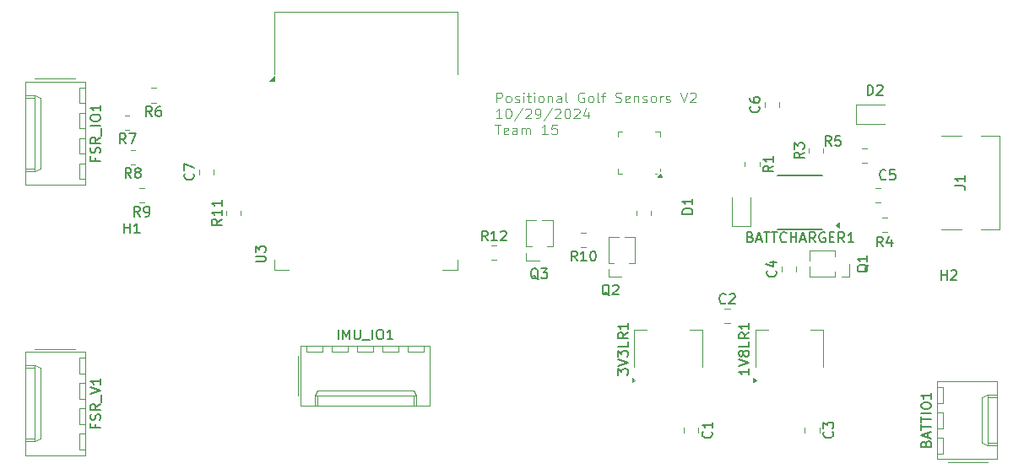
<source format=gbr>
%TF.GenerationSoftware,KiCad,Pcbnew,8.0.5*%
%TF.CreationDate,2024-10-29T11:33:28-05:00*%
%TF.ProjectId,golf_club_draft,676f6c66-5f63-46c7-9562-5f6472616674,rev?*%
%TF.SameCoordinates,Original*%
%TF.FileFunction,Legend,Top*%
%TF.FilePolarity,Positive*%
%FSLAX46Y46*%
G04 Gerber Fmt 4.6, Leading zero omitted, Abs format (unit mm)*
G04 Created by KiCad (PCBNEW 8.0.5) date 2024-10-29 11:33:28*
%MOMM*%
%LPD*%
G01*
G04 APERTURE LIST*
%ADD10C,0.100000*%
%ADD11C,0.150000*%
%ADD12C,0.120000*%
G04 APERTURE END LIST*
D10*
X90270684Y-33939731D02*
X90270684Y-32939731D01*
X90270684Y-32939731D02*
X90651636Y-32939731D01*
X90651636Y-32939731D02*
X90746874Y-32987350D01*
X90746874Y-32987350D02*
X90794493Y-33034969D01*
X90794493Y-33034969D02*
X90842112Y-33130207D01*
X90842112Y-33130207D02*
X90842112Y-33273064D01*
X90842112Y-33273064D02*
X90794493Y-33368302D01*
X90794493Y-33368302D02*
X90746874Y-33415921D01*
X90746874Y-33415921D02*
X90651636Y-33463540D01*
X90651636Y-33463540D02*
X90270684Y-33463540D01*
X91413541Y-33939731D02*
X91318303Y-33892112D01*
X91318303Y-33892112D02*
X91270684Y-33844492D01*
X91270684Y-33844492D02*
X91223065Y-33749254D01*
X91223065Y-33749254D02*
X91223065Y-33463540D01*
X91223065Y-33463540D02*
X91270684Y-33368302D01*
X91270684Y-33368302D02*
X91318303Y-33320683D01*
X91318303Y-33320683D02*
X91413541Y-33273064D01*
X91413541Y-33273064D02*
X91556398Y-33273064D01*
X91556398Y-33273064D02*
X91651636Y-33320683D01*
X91651636Y-33320683D02*
X91699255Y-33368302D01*
X91699255Y-33368302D02*
X91746874Y-33463540D01*
X91746874Y-33463540D02*
X91746874Y-33749254D01*
X91746874Y-33749254D02*
X91699255Y-33844492D01*
X91699255Y-33844492D02*
X91651636Y-33892112D01*
X91651636Y-33892112D02*
X91556398Y-33939731D01*
X91556398Y-33939731D02*
X91413541Y-33939731D01*
X92127827Y-33892112D02*
X92223065Y-33939731D01*
X92223065Y-33939731D02*
X92413541Y-33939731D01*
X92413541Y-33939731D02*
X92508779Y-33892112D01*
X92508779Y-33892112D02*
X92556398Y-33796873D01*
X92556398Y-33796873D02*
X92556398Y-33749254D01*
X92556398Y-33749254D02*
X92508779Y-33654016D01*
X92508779Y-33654016D02*
X92413541Y-33606397D01*
X92413541Y-33606397D02*
X92270684Y-33606397D01*
X92270684Y-33606397D02*
X92175446Y-33558778D01*
X92175446Y-33558778D02*
X92127827Y-33463540D01*
X92127827Y-33463540D02*
X92127827Y-33415921D01*
X92127827Y-33415921D02*
X92175446Y-33320683D01*
X92175446Y-33320683D02*
X92270684Y-33273064D01*
X92270684Y-33273064D02*
X92413541Y-33273064D01*
X92413541Y-33273064D02*
X92508779Y-33320683D01*
X92984970Y-33939731D02*
X92984970Y-33273064D01*
X92984970Y-32939731D02*
X92937351Y-32987350D01*
X92937351Y-32987350D02*
X92984970Y-33034969D01*
X92984970Y-33034969D02*
X93032589Y-32987350D01*
X93032589Y-32987350D02*
X92984970Y-32939731D01*
X92984970Y-32939731D02*
X92984970Y-33034969D01*
X93318303Y-33273064D02*
X93699255Y-33273064D01*
X93461160Y-32939731D02*
X93461160Y-33796873D01*
X93461160Y-33796873D02*
X93508779Y-33892112D01*
X93508779Y-33892112D02*
X93604017Y-33939731D01*
X93604017Y-33939731D02*
X93699255Y-33939731D01*
X94032589Y-33939731D02*
X94032589Y-33273064D01*
X94032589Y-32939731D02*
X93984970Y-32987350D01*
X93984970Y-32987350D02*
X94032589Y-33034969D01*
X94032589Y-33034969D02*
X94080208Y-32987350D01*
X94080208Y-32987350D02*
X94032589Y-32939731D01*
X94032589Y-32939731D02*
X94032589Y-33034969D01*
X94651636Y-33939731D02*
X94556398Y-33892112D01*
X94556398Y-33892112D02*
X94508779Y-33844492D01*
X94508779Y-33844492D02*
X94461160Y-33749254D01*
X94461160Y-33749254D02*
X94461160Y-33463540D01*
X94461160Y-33463540D02*
X94508779Y-33368302D01*
X94508779Y-33368302D02*
X94556398Y-33320683D01*
X94556398Y-33320683D02*
X94651636Y-33273064D01*
X94651636Y-33273064D02*
X94794493Y-33273064D01*
X94794493Y-33273064D02*
X94889731Y-33320683D01*
X94889731Y-33320683D02*
X94937350Y-33368302D01*
X94937350Y-33368302D02*
X94984969Y-33463540D01*
X94984969Y-33463540D02*
X94984969Y-33749254D01*
X94984969Y-33749254D02*
X94937350Y-33844492D01*
X94937350Y-33844492D02*
X94889731Y-33892112D01*
X94889731Y-33892112D02*
X94794493Y-33939731D01*
X94794493Y-33939731D02*
X94651636Y-33939731D01*
X95413541Y-33273064D02*
X95413541Y-33939731D01*
X95413541Y-33368302D02*
X95461160Y-33320683D01*
X95461160Y-33320683D02*
X95556398Y-33273064D01*
X95556398Y-33273064D02*
X95699255Y-33273064D01*
X95699255Y-33273064D02*
X95794493Y-33320683D01*
X95794493Y-33320683D02*
X95842112Y-33415921D01*
X95842112Y-33415921D02*
X95842112Y-33939731D01*
X96746874Y-33939731D02*
X96746874Y-33415921D01*
X96746874Y-33415921D02*
X96699255Y-33320683D01*
X96699255Y-33320683D02*
X96604017Y-33273064D01*
X96604017Y-33273064D02*
X96413541Y-33273064D01*
X96413541Y-33273064D02*
X96318303Y-33320683D01*
X96746874Y-33892112D02*
X96651636Y-33939731D01*
X96651636Y-33939731D02*
X96413541Y-33939731D01*
X96413541Y-33939731D02*
X96318303Y-33892112D01*
X96318303Y-33892112D02*
X96270684Y-33796873D01*
X96270684Y-33796873D02*
X96270684Y-33701635D01*
X96270684Y-33701635D02*
X96318303Y-33606397D01*
X96318303Y-33606397D02*
X96413541Y-33558778D01*
X96413541Y-33558778D02*
X96651636Y-33558778D01*
X96651636Y-33558778D02*
X96746874Y-33511159D01*
X97365922Y-33939731D02*
X97270684Y-33892112D01*
X97270684Y-33892112D02*
X97223065Y-33796873D01*
X97223065Y-33796873D02*
X97223065Y-32939731D01*
X99032589Y-32987350D02*
X98937351Y-32939731D01*
X98937351Y-32939731D02*
X98794494Y-32939731D01*
X98794494Y-32939731D02*
X98651637Y-32987350D01*
X98651637Y-32987350D02*
X98556399Y-33082588D01*
X98556399Y-33082588D02*
X98508780Y-33177826D01*
X98508780Y-33177826D02*
X98461161Y-33368302D01*
X98461161Y-33368302D02*
X98461161Y-33511159D01*
X98461161Y-33511159D02*
X98508780Y-33701635D01*
X98508780Y-33701635D02*
X98556399Y-33796873D01*
X98556399Y-33796873D02*
X98651637Y-33892112D01*
X98651637Y-33892112D02*
X98794494Y-33939731D01*
X98794494Y-33939731D02*
X98889732Y-33939731D01*
X98889732Y-33939731D02*
X99032589Y-33892112D01*
X99032589Y-33892112D02*
X99080208Y-33844492D01*
X99080208Y-33844492D02*
X99080208Y-33511159D01*
X99080208Y-33511159D02*
X98889732Y-33511159D01*
X99651637Y-33939731D02*
X99556399Y-33892112D01*
X99556399Y-33892112D02*
X99508780Y-33844492D01*
X99508780Y-33844492D02*
X99461161Y-33749254D01*
X99461161Y-33749254D02*
X99461161Y-33463540D01*
X99461161Y-33463540D02*
X99508780Y-33368302D01*
X99508780Y-33368302D02*
X99556399Y-33320683D01*
X99556399Y-33320683D02*
X99651637Y-33273064D01*
X99651637Y-33273064D02*
X99794494Y-33273064D01*
X99794494Y-33273064D02*
X99889732Y-33320683D01*
X99889732Y-33320683D02*
X99937351Y-33368302D01*
X99937351Y-33368302D02*
X99984970Y-33463540D01*
X99984970Y-33463540D02*
X99984970Y-33749254D01*
X99984970Y-33749254D02*
X99937351Y-33844492D01*
X99937351Y-33844492D02*
X99889732Y-33892112D01*
X99889732Y-33892112D02*
X99794494Y-33939731D01*
X99794494Y-33939731D02*
X99651637Y-33939731D01*
X100556399Y-33939731D02*
X100461161Y-33892112D01*
X100461161Y-33892112D02*
X100413542Y-33796873D01*
X100413542Y-33796873D02*
X100413542Y-32939731D01*
X100794495Y-33273064D02*
X101175447Y-33273064D01*
X100937352Y-33939731D02*
X100937352Y-33082588D01*
X100937352Y-33082588D02*
X100984971Y-32987350D01*
X100984971Y-32987350D02*
X101080209Y-32939731D01*
X101080209Y-32939731D02*
X101175447Y-32939731D01*
X102223067Y-33892112D02*
X102365924Y-33939731D01*
X102365924Y-33939731D02*
X102604019Y-33939731D01*
X102604019Y-33939731D02*
X102699257Y-33892112D01*
X102699257Y-33892112D02*
X102746876Y-33844492D01*
X102746876Y-33844492D02*
X102794495Y-33749254D01*
X102794495Y-33749254D02*
X102794495Y-33654016D01*
X102794495Y-33654016D02*
X102746876Y-33558778D01*
X102746876Y-33558778D02*
X102699257Y-33511159D01*
X102699257Y-33511159D02*
X102604019Y-33463540D01*
X102604019Y-33463540D02*
X102413543Y-33415921D01*
X102413543Y-33415921D02*
X102318305Y-33368302D01*
X102318305Y-33368302D02*
X102270686Y-33320683D01*
X102270686Y-33320683D02*
X102223067Y-33225445D01*
X102223067Y-33225445D02*
X102223067Y-33130207D01*
X102223067Y-33130207D02*
X102270686Y-33034969D01*
X102270686Y-33034969D02*
X102318305Y-32987350D01*
X102318305Y-32987350D02*
X102413543Y-32939731D01*
X102413543Y-32939731D02*
X102651638Y-32939731D01*
X102651638Y-32939731D02*
X102794495Y-32987350D01*
X103604019Y-33892112D02*
X103508781Y-33939731D01*
X103508781Y-33939731D02*
X103318305Y-33939731D01*
X103318305Y-33939731D02*
X103223067Y-33892112D01*
X103223067Y-33892112D02*
X103175448Y-33796873D01*
X103175448Y-33796873D02*
X103175448Y-33415921D01*
X103175448Y-33415921D02*
X103223067Y-33320683D01*
X103223067Y-33320683D02*
X103318305Y-33273064D01*
X103318305Y-33273064D02*
X103508781Y-33273064D01*
X103508781Y-33273064D02*
X103604019Y-33320683D01*
X103604019Y-33320683D02*
X103651638Y-33415921D01*
X103651638Y-33415921D02*
X103651638Y-33511159D01*
X103651638Y-33511159D02*
X103175448Y-33606397D01*
X104080210Y-33273064D02*
X104080210Y-33939731D01*
X104080210Y-33368302D02*
X104127829Y-33320683D01*
X104127829Y-33320683D02*
X104223067Y-33273064D01*
X104223067Y-33273064D02*
X104365924Y-33273064D01*
X104365924Y-33273064D02*
X104461162Y-33320683D01*
X104461162Y-33320683D02*
X104508781Y-33415921D01*
X104508781Y-33415921D02*
X104508781Y-33939731D01*
X104937353Y-33892112D02*
X105032591Y-33939731D01*
X105032591Y-33939731D02*
X105223067Y-33939731D01*
X105223067Y-33939731D02*
X105318305Y-33892112D01*
X105318305Y-33892112D02*
X105365924Y-33796873D01*
X105365924Y-33796873D02*
X105365924Y-33749254D01*
X105365924Y-33749254D02*
X105318305Y-33654016D01*
X105318305Y-33654016D02*
X105223067Y-33606397D01*
X105223067Y-33606397D02*
X105080210Y-33606397D01*
X105080210Y-33606397D02*
X104984972Y-33558778D01*
X104984972Y-33558778D02*
X104937353Y-33463540D01*
X104937353Y-33463540D02*
X104937353Y-33415921D01*
X104937353Y-33415921D02*
X104984972Y-33320683D01*
X104984972Y-33320683D02*
X105080210Y-33273064D01*
X105080210Y-33273064D02*
X105223067Y-33273064D01*
X105223067Y-33273064D02*
X105318305Y-33320683D01*
X105937353Y-33939731D02*
X105842115Y-33892112D01*
X105842115Y-33892112D02*
X105794496Y-33844492D01*
X105794496Y-33844492D02*
X105746877Y-33749254D01*
X105746877Y-33749254D02*
X105746877Y-33463540D01*
X105746877Y-33463540D02*
X105794496Y-33368302D01*
X105794496Y-33368302D02*
X105842115Y-33320683D01*
X105842115Y-33320683D02*
X105937353Y-33273064D01*
X105937353Y-33273064D02*
X106080210Y-33273064D01*
X106080210Y-33273064D02*
X106175448Y-33320683D01*
X106175448Y-33320683D02*
X106223067Y-33368302D01*
X106223067Y-33368302D02*
X106270686Y-33463540D01*
X106270686Y-33463540D02*
X106270686Y-33749254D01*
X106270686Y-33749254D02*
X106223067Y-33844492D01*
X106223067Y-33844492D02*
X106175448Y-33892112D01*
X106175448Y-33892112D02*
X106080210Y-33939731D01*
X106080210Y-33939731D02*
X105937353Y-33939731D01*
X106699258Y-33939731D02*
X106699258Y-33273064D01*
X106699258Y-33463540D02*
X106746877Y-33368302D01*
X106746877Y-33368302D02*
X106794496Y-33320683D01*
X106794496Y-33320683D02*
X106889734Y-33273064D01*
X106889734Y-33273064D02*
X106984972Y-33273064D01*
X107270687Y-33892112D02*
X107365925Y-33939731D01*
X107365925Y-33939731D02*
X107556401Y-33939731D01*
X107556401Y-33939731D02*
X107651639Y-33892112D01*
X107651639Y-33892112D02*
X107699258Y-33796873D01*
X107699258Y-33796873D02*
X107699258Y-33749254D01*
X107699258Y-33749254D02*
X107651639Y-33654016D01*
X107651639Y-33654016D02*
X107556401Y-33606397D01*
X107556401Y-33606397D02*
X107413544Y-33606397D01*
X107413544Y-33606397D02*
X107318306Y-33558778D01*
X107318306Y-33558778D02*
X107270687Y-33463540D01*
X107270687Y-33463540D02*
X107270687Y-33415921D01*
X107270687Y-33415921D02*
X107318306Y-33320683D01*
X107318306Y-33320683D02*
X107413544Y-33273064D01*
X107413544Y-33273064D02*
X107556401Y-33273064D01*
X107556401Y-33273064D02*
X107651639Y-33320683D01*
X108746878Y-32939731D02*
X109080211Y-33939731D01*
X109080211Y-33939731D02*
X109413544Y-32939731D01*
X109699259Y-33034969D02*
X109746878Y-32987350D01*
X109746878Y-32987350D02*
X109842116Y-32939731D01*
X109842116Y-32939731D02*
X110080211Y-32939731D01*
X110080211Y-32939731D02*
X110175449Y-32987350D01*
X110175449Y-32987350D02*
X110223068Y-33034969D01*
X110223068Y-33034969D02*
X110270687Y-33130207D01*
X110270687Y-33130207D02*
X110270687Y-33225445D01*
X110270687Y-33225445D02*
X110223068Y-33368302D01*
X110223068Y-33368302D02*
X109651640Y-33939731D01*
X109651640Y-33939731D02*
X110270687Y-33939731D01*
X90794493Y-35549675D02*
X90223065Y-35549675D01*
X90508779Y-35549675D02*
X90508779Y-34549675D01*
X90508779Y-34549675D02*
X90413541Y-34692532D01*
X90413541Y-34692532D02*
X90318303Y-34787770D01*
X90318303Y-34787770D02*
X90223065Y-34835389D01*
X91413541Y-34549675D02*
X91508779Y-34549675D01*
X91508779Y-34549675D02*
X91604017Y-34597294D01*
X91604017Y-34597294D02*
X91651636Y-34644913D01*
X91651636Y-34644913D02*
X91699255Y-34740151D01*
X91699255Y-34740151D02*
X91746874Y-34930627D01*
X91746874Y-34930627D02*
X91746874Y-35168722D01*
X91746874Y-35168722D02*
X91699255Y-35359198D01*
X91699255Y-35359198D02*
X91651636Y-35454436D01*
X91651636Y-35454436D02*
X91604017Y-35502056D01*
X91604017Y-35502056D02*
X91508779Y-35549675D01*
X91508779Y-35549675D02*
X91413541Y-35549675D01*
X91413541Y-35549675D02*
X91318303Y-35502056D01*
X91318303Y-35502056D02*
X91270684Y-35454436D01*
X91270684Y-35454436D02*
X91223065Y-35359198D01*
X91223065Y-35359198D02*
X91175446Y-35168722D01*
X91175446Y-35168722D02*
X91175446Y-34930627D01*
X91175446Y-34930627D02*
X91223065Y-34740151D01*
X91223065Y-34740151D02*
X91270684Y-34644913D01*
X91270684Y-34644913D02*
X91318303Y-34597294D01*
X91318303Y-34597294D02*
X91413541Y-34549675D01*
X92889731Y-34502056D02*
X92032589Y-35787770D01*
X93175446Y-34644913D02*
X93223065Y-34597294D01*
X93223065Y-34597294D02*
X93318303Y-34549675D01*
X93318303Y-34549675D02*
X93556398Y-34549675D01*
X93556398Y-34549675D02*
X93651636Y-34597294D01*
X93651636Y-34597294D02*
X93699255Y-34644913D01*
X93699255Y-34644913D02*
X93746874Y-34740151D01*
X93746874Y-34740151D02*
X93746874Y-34835389D01*
X93746874Y-34835389D02*
X93699255Y-34978246D01*
X93699255Y-34978246D02*
X93127827Y-35549675D01*
X93127827Y-35549675D02*
X93746874Y-35549675D01*
X94223065Y-35549675D02*
X94413541Y-35549675D01*
X94413541Y-35549675D02*
X94508779Y-35502056D01*
X94508779Y-35502056D02*
X94556398Y-35454436D01*
X94556398Y-35454436D02*
X94651636Y-35311579D01*
X94651636Y-35311579D02*
X94699255Y-35121103D01*
X94699255Y-35121103D02*
X94699255Y-34740151D01*
X94699255Y-34740151D02*
X94651636Y-34644913D01*
X94651636Y-34644913D02*
X94604017Y-34597294D01*
X94604017Y-34597294D02*
X94508779Y-34549675D01*
X94508779Y-34549675D02*
X94318303Y-34549675D01*
X94318303Y-34549675D02*
X94223065Y-34597294D01*
X94223065Y-34597294D02*
X94175446Y-34644913D01*
X94175446Y-34644913D02*
X94127827Y-34740151D01*
X94127827Y-34740151D02*
X94127827Y-34978246D01*
X94127827Y-34978246D02*
X94175446Y-35073484D01*
X94175446Y-35073484D02*
X94223065Y-35121103D01*
X94223065Y-35121103D02*
X94318303Y-35168722D01*
X94318303Y-35168722D02*
X94508779Y-35168722D01*
X94508779Y-35168722D02*
X94604017Y-35121103D01*
X94604017Y-35121103D02*
X94651636Y-35073484D01*
X94651636Y-35073484D02*
X94699255Y-34978246D01*
X95842112Y-34502056D02*
X94984970Y-35787770D01*
X96127827Y-34644913D02*
X96175446Y-34597294D01*
X96175446Y-34597294D02*
X96270684Y-34549675D01*
X96270684Y-34549675D02*
X96508779Y-34549675D01*
X96508779Y-34549675D02*
X96604017Y-34597294D01*
X96604017Y-34597294D02*
X96651636Y-34644913D01*
X96651636Y-34644913D02*
X96699255Y-34740151D01*
X96699255Y-34740151D02*
X96699255Y-34835389D01*
X96699255Y-34835389D02*
X96651636Y-34978246D01*
X96651636Y-34978246D02*
X96080208Y-35549675D01*
X96080208Y-35549675D02*
X96699255Y-35549675D01*
X97318303Y-34549675D02*
X97413541Y-34549675D01*
X97413541Y-34549675D02*
X97508779Y-34597294D01*
X97508779Y-34597294D02*
X97556398Y-34644913D01*
X97556398Y-34644913D02*
X97604017Y-34740151D01*
X97604017Y-34740151D02*
X97651636Y-34930627D01*
X97651636Y-34930627D02*
X97651636Y-35168722D01*
X97651636Y-35168722D02*
X97604017Y-35359198D01*
X97604017Y-35359198D02*
X97556398Y-35454436D01*
X97556398Y-35454436D02*
X97508779Y-35502056D01*
X97508779Y-35502056D02*
X97413541Y-35549675D01*
X97413541Y-35549675D02*
X97318303Y-35549675D01*
X97318303Y-35549675D02*
X97223065Y-35502056D01*
X97223065Y-35502056D02*
X97175446Y-35454436D01*
X97175446Y-35454436D02*
X97127827Y-35359198D01*
X97127827Y-35359198D02*
X97080208Y-35168722D01*
X97080208Y-35168722D02*
X97080208Y-34930627D01*
X97080208Y-34930627D02*
X97127827Y-34740151D01*
X97127827Y-34740151D02*
X97175446Y-34644913D01*
X97175446Y-34644913D02*
X97223065Y-34597294D01*
X97223065Y-34597294D02*
X97318303Y-34549675D01*
X98032589Y-34644913D02*
X98080208Y-34597294D01*
X98080208Y-34597294D02*
X98175446Y-34549675D01*
X98175446Y-34549675D02*
X98413541Y-34549675D01*
X98413541Y-34549675D02*
X98508779Y-34597294D01*
X98508779Y-34597294D02*
X98556398Y-34644913D01*
X98556398Y-34644913D02*
X98604017Y-34740151D01*
X98604017Y-34740151D02*
X98604017Y-34835389D01*
X98604017Y-34835389D02*
X98556398Y-34978246D01*
X98556398Y-34978246D02*
X97984970Y-35549675D01*
X97984970Y-35549675D02*
X98604017Y-35549675D01*
X99461160Y-34883008D02*
X99461160Y-35549675D01*
X99223065Y-34502056D02*
X98984970Y-35216341D01*
X98984970Y-35216341D02*
X99604017Y-35216341D01*
X90127827Y-36159619D02*
X90699255Y-36159619D01*
X90413541Y-37159619D02*
X90413541Y-36159619D01*
X91413541Y-37112000D02*
X91318303Y-37159619D01*
X91318303Y-37159619D02*
X91127827Y-37159619D01*
X91127827Y-37159619D02*
X91032589Y-37112000D01*
X91032589Y-37112000D02*
X90984970Y-37016761D01*
X90984970Y-37016761D02*
X90984970Y-36635809D01*
X90984970Y-36635809D02*
X91032589Y-36540571D01*
X91032589Y-36540571D02*
X91127827Y-36492952D01*
X91127827Y-36492952D02*
X91318303Y-36492952D01*
X91318303Y-36492952D02*
X91413541Y-36540571D01*
X91413541Y-36540571D02*
X91461160Y-36635809D01*
X91461160Y-36635809D02*
X91461160Y-36731047D01*
X91461160Y-36731047D02*
X90984970Y-36826285D01*
X92318303Y-37159619D02*
X92318303Y-36635809D01*
X92318303Y-36635809D02*
X92270684Y-36540571D01*
X92270684Y-36540571D02*
X92175446Y-36492952D01*
X92175446Y-36492952D02*
X91984970Y-36492952D01*
X91984970Y-36492952D02*
X91889732Y-36540571D01*
X92318303Y-37112000D02*
X92223065Y-37159619D01*
X92223065Y-37159619D02*
X91984970Y-37159619D01*
X91984970Y-37159619D02*
X91889732Y-37112000D01*
X91889732Y-37112000D02*
X91842113Y-37016761D01*
X91842113Y-37016761D02*
X91842113Y-36921523D01*
X91842113Y-36921523D02*
X91889732Y-36826285D01*
X91889732Y-36826285D02*
X91984970Y-36778666D01*
X91984970Y-36778666D02*
X92223065Y-36778666D01*
X92223065Y-36778666D02*
X92318303Y-36731047D01*
X92794494Y-37159619D02*
X92794494Y-36492952D01*
X92794494Y-36588190D02*
X92842113Y-36540571D01*
X92842113Y-36540571D02*
X92937351Y-36492952D01*
X92937351Y-36492952D02*
X93080208Y-36492952D01*
X93080208Y-36492952D02*
X93175446Y-36540571D01*
X93175446Y-36540571D02*
X93223065Y-36635809D01*
X93223065Y-36635809D02*
X93223065Y-37159619D01*
X93223065Y-36635809D02*
X93270684Y-36540571D01*
X93270684Y-36540571D02*
X93365922Y-36492952D01*
X93365922Y-36492952D02*
X93508779Y-36492952D01*
X93508779Y-36492952D02*
X93604018Y-36540571D01*
X93604018Y-36540571D02*
X93651637Y-36635809D01*
X93651637Y-36635809D02*
X93651637Y-37159619D01*
X95413541Y-37159619D02*
X94842113Y-37159619D01*
X95127827Y-37159619D02*
X95127827Y-36159619D01*
X95127827Y-36159619D02*
X95032589Y-36302476D01*
X95032589Y-36302476D02*
X94937351Y-36397714D01*
X94937351Y-36397714D02*
X94842113Y-36445333D01*
X96318303Y-36159619D02*
X95842113Y-36159619D01*
X95842113Y-36159619D02*
X95794494Y-36635809D01*
X95794494Y-36635809D02*
X95842113Y-36588190D01*
X95842113Y-36588190D02*
X95937351Y-36540571D01*
X95937351Y-36540571D02*
X96175446Y-36540571D01*
X96175446Y-36540571D02*
X96270684Y-36588190D01*
X96270684Y-36588190D02*
X96318303Y-36635809D01*
X96318303Y-36635809D02*
X96365922Y-36731047D01*
X96365922Y-36731047D02*
X96365922Y-36969142D01*
X96365922Y-36969142D02*
X96318303Y-37064380D01*
X96318303Y-37064380D02*
X96270684Y-37112000D01*
X96270684Y-37112000D02*
X96175446Y-37159619D01*
X96175446Y-37159619D02*
X95937351Y-37159619D01*
X95937351Y-37159619D02*
X95842113Y-37112000D01*
X95842113Y-37112000D02*
X95794494Y-37064380D01*
D11*
X127481105Y-33196419D02*
X127481105Y-32196419D01*
X127481105Y-32196419D02*
X127719200Y-32196419D01*
X127719200Y-32196419D02*
X127862057Y-32244038D01*
X127862057Y-32244038D02*
X127957295Y-32339276D01*
X127957295Y-32339276D02*
X128004914Y-32434514D01*
X128004914Y-32434514D02*
X128052533Y-32624990D01*
X128052533Y-32624990D02*
X128052533Y-32767847D01*
X128052533Y-32767847D02*
X128004914Y-32958323D01*
X128004914Y-32958323D02*
X127957295Y-33053561D01*
X127957295Y-33053561D02*
X127862057Y-33148800D01*
X127862057Y-33148800D02*
X127719200Y-33196419D01*
X127719200Y-33196419D02*
X127481105Y-33196419D01*
X128433486Y-32291657D02*
X128481105Y-32244038D01*
X128481105Y-32244038D02*
X128576343Y-32196419D01*
X128576343Y-32196419D02*
X128814438Y-32196419D01*
X128814438Y-32196419D02*
X128909676Y-32244038D01*
X128909676Y-32244038D02*
X128957295Y-32291657D01*
X128957295Y-32291657D02*
X129004914Y-32386895D01*
X129004914Y-32386895D02*
X129004914Y-32482133D01*
X129004914Y-32482133D02*
X128957295Y-32624990D01*
X128957295Y-32624990D02*
X128385867Y-33196419D01*
X128385867Y-33196419D02*
X129004914Y-33196419D01*
X127551457Y-50234838D02*
X127503838Y-50330076D01*
X127503838Y-50330076D02*
X127408600Y-50425314D01*
X127408600Y-50425314D02*
X127265742Y-50568171D01*
X127265742Y-50568171D02*
X127218123Y-50663409D01*
X127218123Y-50663409D02*
X127218123Y-50758647D01*
X127456219Y-50711028D02*
X127408600Y-50806266D01*
X127408600Y-50806266D02*
X127313361Y-50901504D01*
X127313361Y-50901504D02*
X127122885Y-50949123D01*
X127122885Y-50949123D02*
X126789552Y-50949123D01*
X126789552Y-50949123D02*
X126599076Y-50901504D01*
X126599076Y-50901504D02*
X126503838Y-50806266D01*
X126503838Y-50806266D02*
X126456219Y-50711028D01*
X126456219Y-50711028D02*
X126456219Y-50520552D01*
X126456219Y-50520552D02*
X126503838Y-50425314D01*
X126503838Y-50425314D02*
X126599076Y-50330076D01*
X126599076Y-50330076D02*
X126789552Y-50282457D01*
X126789552Y-50282457D02*
X127122885Y-50282457D01*
X127122885Y-50282457D02*
X127313361Y-50330076D01*
X127313361Y-50330076D02*
X127408600Y-50425314D01*
X127408600Y-50425314D02*
X127456219Y-50520552D01*
X127456219Y-50520552D02*
X127456219Y-50711028D01*
X127456219Y-49330076D02*
X127456219Y-49901504D01*
X127456219Y-49615790D02*
X126456219Y-49615790D01*
X126456219Y-49615790D02*
X126599076Y-49711028D01*
X126599076Y-49711028D02*
X126694314Y-49806266D01*
X126694314Y-49806266D02*
X126741933Y-49901504D01*
X123836133Y-38300819D02*
X123502800Y-37824628D01*
X123264705Y-38300819D02*
X123264705Y-37300819D01*
X123264705Y-37300819D02*
X123645657Y-37300819D01*
X123645657Y-37300819D02*
X123740895Y-37348438D01*
X123740895Y-37348438D02*
X123788514Y-37396057D01*
X123788514Y-37396057D02*
X123836133Y-37491295D01*
X123836133Y-37491295D02*
X123836133Y-37634152D01*
X123836133Y-37634152D02*
X123788514Y-37729390D01*
X123788514Y-37729390D02*
X123740895Y-37777009D01*
X123740895Y-37777009D02*
X123645657Y-37824628D01*
X123645657Y-37824628D02*
X123264705Y-37824628D01*
X124740895Y-37300819D02*
X124264705Y-37300819D01*
X124264705Y-37300819D02*
X124217086Y-37777009D01*
X124217086Y-37777009D02*
X124264705Y-37729390D01*
X124264705Y-37729390D02*
X124359943Y-37681771D01*
X124359943Y-37681771D02*
X124598038Y-37681771D01*
X124598038Y-37681771D02*
X124693276Y-37729390D01*
X124693276Y-37729390D02*
X124740895Y-37777009D01*
X124740895Y-37777009D02*
X124788514Y-37872247D01*
X124788514Y-37872247D02*
X124788514Y-38110342D01*
X124788514Y-38110342D02*
X124740895Y-38205580D01*
X124740895Y-38205580D02*
X124693276Y-38253200D01*
X124693276Y-38253200D02*
X124598038Y-38300819D01*
X124598038Y-38300819D02*
X124359943Y-38300819D01*
X124359943Y-38300819D02*
X124264705Y-38253200D01*
X124264705Y-38253200D02*
X124217086Y-38205580D01*
X50025009Y-66279447D02*
X50025009Y-66612780D01*
X50548819Y-66612780D02*
X49548819Y-66612780D01*
X49548819Y-66612780D02*
X49548819Y-66136590D01*
X50501200Y-65803256D02*
X50548819Y-65660399D01*
X50548819Y-65660399D02*
X50548819Y-65422304D01*
X50548819Y-65422304D02*
X50501200Y-65327066D01*
X50501200Y-65327066D02*
X50453580Y-65279447D01*
X50453580Y-65279447D02*
X50358342Y-65231828D01*
X50358342Y-65231828D02*
X50263104Y-65231828D01*
X50263104Y-65231828D02*
X50167866Y-65279447D01*
X50167866Y-65279447D02*
X50120247Y-65327066D01*
X50120247Y-65327066D02*
X50072628Y-65422304D01*
X50072628Y-65422304D02*
X50025009Y-65612780D01*
X50025009Y-65612780D02*
X49977390Y-65708018D01*
X49977390Y-65708018D02*
X49929771Y-65755637D01*
X49929771Y-65755637D02*
X49834533Y-65803256D01*
X49834533Y-65803256D02*
X49739295Y-65803256D01*
X49739295Y-65803256D02*
X49644057Y-65755637D01*
X49644057Y-65755637D02*
X49596438Y-65708018D01*
X49596438Y-65708018D02*
X49548819Y-65612780D01*
X49548819Y-65612780D02*
X49548819Y-65374685D01*
X49548819Y-65374685D02*
X49596438Y-65231828D01*
X50548819Y-64231828D02*
X50072628Y-64565161D01*
X50548819Y-64803256D02*
X49548819Y-64803256D01*
X49548819Y-64803256D02*
X49548819Y-64422304D01*
X49548819Y-64422304D02*
X49596438Y-64327066D01*
X49596438Y-64327066D02*
X49644057Y-64279447D01*
X49644057Y-64279447D02*
X49739295Y-64231828D01*
X49739295Y-64231828D02*
X49882152Y-64231828D01*
X49882152Y-64231828D02*
X49977390Y-64279447D01*
X49977390Y-64279447D02*
X50025009Y-64327066D01*
X50025009Y-64327066D02*
X50072628Y-64422304D01*
X50072628Y-64422304D02*
X50072628Y-64803256D01*
X50644057Y-64041352D02*
X50644057Y-63279447D01*
X49548819Y-63184208D02*
X50548819Y-62850875D01*
X50548819Y-62850875D02*
X49548819Y-62517542D01*
X50548819Y-61660399D02*
X50548819Y-62231827D01*
X50548819Y-61946113D02*
X49548819Y-61946113D01*
X49548819Y-61946113D02*
X49691676Y-62041351D01*
X49691676Y-62041351D02*
X49786914Y-62136589D01*
X49786914Y-62136589D02*
X49834533Y-62231827D01*
X109928819Y-45120894D02*
X108928819Y-45120894D01*
X108928819Y-45120894D02*
X108928819Y-44882799D01*
X108928819Y-44882799D02*
X108976438Y-44739942D01*
X108976438Y-44739942D02*
X109071676Y-44644704D01*
X109071676Y-44644704D02*
X109166914Y-44597085D01*
X109166914Y-44597085D02*
X109357390Y-44549466D01*
X109357390Y-44549466D02*
X109500247Y-44549466D01*
X109500247Y-44549466D02*
X109690723Y-44597085D01*
X109690723Y-44597085D02*
X109785961Y-44644704D01*
X109785961Y-44644704D02*
X109881200Y-44739942D01*
X109881200Y-44739942D02*
X109928819Y-44882799D01*
X109928819Y-44882799D02*
X109928819Y-45120894D01*
X109928819Y-43597085D02*
X109928819Y-44168513D01*
X109928819Y-43882799D02*
X108928819Y-43882799D01*
X108928819Y-43882799D02*
X109071676Y-43978037D01*
X109071676Y-43978037D02*
X109166914Y-44073275D01*
X109166914Y-44073275D02*
X109214533Y-44168513D01*
X94469361Y-51712057D02*
X94374123Y-51664438D01*
X94374123Y-51664438D02*
X94278885Y-51569200D01*
X94278885Y-51569200D02*
X94136028Y-51426342D01*
X94136028Y-51426342D02*
X94040790Y-51378723D01*
X94040790Y-51378723D02*
X93945552Y-51378723D01*
X93993171Y-51616819D02*
X93897933Y-51569200D01*
X93897933Y-51569200D02*
X93802695Y-51473961D01*
X93802695Y-51473961D02*
X93755076Y-51283485D01*
X93755076Y-51283485D02*
X93755076Y-50950152D01*
X93755076Y-50950152D02*
X93802695Y-50759676D01*
X93802695Y-50759676D02*
X93897933Y-50664438D01*
X93897933Y-50664438D02*
X93993171Y-50616819D01*
X93993171Y-50616819D02*
X94183647Y-50616819D01*
X94183647Y-50616819D02*
X94278885Y-50664438D01*
X94278885Y-50664438D02*
X94374123Y-50759676D01*
X94374123Y-50759676D02*
X94421742Y-50950152D01*
X94421742Y-50950152D02*
X94421742Y-51283485D01*
X94421742Y-51283485D02*
X94374123Y-51473961D01*
X94374123Y-51473961D02*
X94278885Y-51569200D01*
X94278885Y-51569200D02*
X94183647Y-51616819D01*
X94183647Y-51616819D02*
X93993171Y-51616819D01*
X94755076Y-50616819D02*
X95374123Y-50616819D01*
X95374123Y-50616819D02*
X95040790Y-50997771D01*
X95040790Y-50997771D02*
X95183647Y-50997771D01*
X95183647Y-50997771D02*
X95278885Y-51045390D01*
X95278885Y-51045390D02*
X95326504Y-51093009D01*
X95326504Y-51093009D02*
X95374123Y-51188247D01*
X95374123Y-51188247D02*
X95374123Y-51426342D01*
X95374123Y-51426342D02*
X95326504Y-51521580D01*
X95326504Y-51521580D02*
X95278885Y-51569200D01*
X95278885Y-51569200D02*
X95183647Y-51616819D01*
X95183647Y-51616819D02*
X94897933Y-51616819D01*
X94897933Y-51616819D02*
X94802695Y-51569200D01*
X94802695Y-51569200D02*
X94755076Y-51521580D01*
X121131219Y-38943066D02*
X120655028Y-39276399D01*
X121131219Y-39514494D02*
X120131219Y-39514494D01*
X120131219Y-39514494D02*
X120131219Y-39133542D01*
X120131219Y-39133542D02*
X120178838Y-39038304D01*
X120178838Y-39038304D02*
X120226457Y-38990685D01*
X120226457Y-38990685D02*
X120321695Y-38943066D01*
X120321695Y-38943066D02*
X120464552Y-38943066D01*
X120464552Y-38943066D02*
X120559790Y-38990685D01*
X120559790Y-38990685D02*
X120607409Y-39038304D01*
X120607409Y-39038304D02*
X120655028Y-39133542D01*
X120655028Y-39133542D02*
X120655028Y-39514494D01*
X120131219Y-38609732D02*
X120131219Y-37990685D01*
X120131219Y-37990685D02*
X120512171Y-38324018D01*
X120512171Y-38324018D02*
X120512171Y-38181161D01*
X120512171Y-38181161D02*
X120559790Y-38085923D01*
X120559790Y-38085923D02*
X120607409Y-38038304D01*
X120607409Y-38038304D02*
X120702647Y-37990685D01*
X120702647Y-37990685D02*
X120940742Y-37990685D01*
X120940742Y-37990685D02*
X121035980Y-38038304D01*
X121035980Y-38038304D02*
X121083600Y-38085923D01*
X121083600Y-38085923D02*
X121131219Y-38181161D01*
X121131219Y-38181161D02*
X121131219Y-38466875D01*
X121131219Y-38466875D02*
X121083600Y-38562113D01*
X121083600Y-38562113D02*
X121035980Y-38609732D01*
X59842780Y-41089966D02*
X59890400Y-41137585D01*
X59890400Y-41137585D02*
X59938019Y-41280442D01*
X59938019Y-41280442D02*
X59938019Y-41375680D01*
X59938019Y-41375680D02*
X59890400Y-41518537D01*
X59890400Y-41518537D02*
X59795161Y-41613775D01*
X59795161Y-41613775D02*
X59699923Y-41661394D01*
X59699923Y-41661394D02*
X59509447Y-41709013D01*
X59509447Y-41709013D02*
X59366590Y-41709013D01*
X59366590Y-41709013D02*
X59176114Y-41661394D01*
X59176114Y-41661394D02*
X59080876Y-41613775D01*
X59080876Y-41613775D02*
X58985638Y-41518537D01*
X58985638Y-41518537D02*
X58938019Y-41375680D01*
X58938019Y-41375680D02*
X58938019Y-41280442D01*
X58938019Y-41280442D02*
X58985638Y-41137585D01*
X58985638Y-41137585D02*
X59033257Y-41089966D01*
X58938019Y-40756632D02*
X58938019Y-40089966D01*
X58938019Y-40089966D02*
X59938019Y-40518537D01*
X111818380Y-66990166D02*
X111866000Y-67037785D01*
X111866000Y-67037785D02*
X111913619Y-67180642D01*
X111913619Y-67180642D02*
X111913619Y-67275880D01*
X111913619Y-67275880D02*
X111866000Y-67418737D01*
X111866000Y-67418737D02*
X111770761Y-67513975D01*
X111770761Y-67513975D02*
X111675523Y-67561594D01*
X111675523Y-67561594D02*
X111485047Y-67609213D01*
X111485047Y-67609213D02*
X111342190Y-67609213D01*
X111342190Y-67609213D02*
X111151714Y-67561594D01*
X111151714Y-67561594D02*
X111056476Y-67513975D01*
X111056476Y-67513975D02*
X110961238Y-67418737D01*
X110961238Y-67418737D02*
X110913619Y-67275880D01*
X110913619Y-67275880D02*
X110913619Y-67180642D01*
X110913619Y-67180642D02*
X110961238Y-67037785D01*
X110961238Y-67037785D02*
X111008857Y-66990166D01*
X111913619Y-66037785D02*
X111913619Y-66609213D01*
X111913619Y-66323499D02*
X110913619Y-66323499D01*
X110913619Y-66323499D02*
X111056476Y-66418737D01*
X111056476Y-66418737D02*
X111151714Y-66513975D01*
X111151714Y-66513975D02*
X111199333Y-66609213D01*
X118262780Y-50814266D02*
X118310400Y-50861885D01*
X118310400Y-50861885D02*
X118358019Y-51004742D01*
X118358019Y-51004742D02*
X118358019Y-51099980D01*
X118358019Y-51099980D02*
X118310400Y-51242837D01*
X118310400Y-51242837D02*
X118215161Y-51338075D01*
X118215161Y-51338075D02*
X118119923Y-51385694D01*
X118119923Y-51385694D02*
X117929447Y-51433313D01*
X117929447Y-51433313D02*
X117786590Y-51433313D01*
X117786590Y-51433313D02*
X117596114Y-51385694D01*
X117596114Y-51385694D02*
X117500876Y-51338075D01*
X117500876Y-51338075D02*
X117405638Y-51242837D01*
X117405638Y-51242837D02*
X117358019Y-51099980D01*
X117358019Y-51099980D02*
X117358019Y-51004742D01*
X117358019Y-51004742D02*
X117405638Y-50861885D01*
X117405638Y-50861885D02*
X117453257Y-50814266D01*
X117691352Y-49957123D02*
X118358019Y-49957123D01*
X117310400Y-50195218D02*
X118024685Y-50433313D01*
X118024685Y-50433313D02*
X118024685Y-49814266D01*
X89374742Y-47826819D02*
X89041409Y-47350628D01*
X88803314Y-47826819D02*
X88803314Y-46826819D01*
X88803314Y-46826819D02*
X89184266Y-46826819D01*
X89184266Y-46826819D02*
X89279504Y-46874438D01*
X89279504Y-46874438D02*
X89327123Y-46922057D01*
X89327123Y-46922057D02*
X89374742Y-47017295D01*
X89374742Y-47017295D02*
X89374742Y-47160152D01*
X89374742Y-47160152D02*
X89327123Y-47255390D01*
X89327123Y-47255390D02*
X89279504Y-47303009D01*
X89279504Y-47303009D02*
X89184266Y-47350628D01*
X89184266Y-47350628D02*
X88803314Y-47350628D01*
X90327123Y-47826819D02*
X89755695Y-47826819D01*
X90041409Y-47826819D02*
X90041409Y-46826819D01*
X90041409Y-46826819D02*
X89946171Y-46969676D01*
X89946171Y-46969676D02*
X89850933Y-47064914D01*
X89850933Y-47064914D02*
X89755695Y-47112533D01*
X90708076Y-46922057D02*
X90755695Y-46874438D01*
X90755695Y-46874438D02*
X90850933Y-46826819D01*
X90850933Y-46826819D02*
X91089028Y-46826819D01*
X91089028Y-46826819D02*
X91184266Y-46874438D01*
X91184266Y-46874438D02*
X91231885Y-46922057D01*
X91231885Y-46922057D02*
X91279504Y-47017295D01*
X91279504Y-47017295D02*
X91279504Y-47112533D01*
X91279504Y-47112533D02*
X91231885Y-47255390D01*
X91231885Y-47255390D02*
X90660457Y-47826819D01*
X90660457Y-47826819D02*
X91279504Y-47826819D01*
X50025009Y-39485580D02*
X50025009Y-39818913D01*
X50548819Y-39818913D02*
X49548819Y-39818913D01*
X49548819Y-39818913D02*
X49548819Y-39342723D01*
X50501200Y-39009389D02*
X50548819Y-38866532D01*
X50548819Y-38866532D02*
X50548819Y-38628437D01*
X50548819Y-38628437D02*
X50501200Y-38533199D01*
X50501200Y-38533199D02*
X50453580Y-38485580D01*
X50453580Y-38485580D02*
X50358342Y-38437961D01*
X50358342Y-38437961D02*
X50263104Y-38437961D01*
X50263104Y-38437961D02*
X50167866Y-38485580D01*
X50167866Y-38485580D02*
X50120247Y-38533199D01*
X50120247Y-38533199D02*
X50072628Y-38628437D01*
X50072628Y-38628437D02*
X50025009Y-38818913D01*
X50025009Y-38818913D02*
X49977390Y-38914151D01*
X49977390Y-38914151D02*
X49929771Y-38961770D01*
X49929771Y-38961770D02*
X49834533Y-39009389D01*
X49834533Y-39009389D02*
X49739295Y-39009389D01*
X49739295Y-39009389D02*
X49644057Y-38961770D01*
X49644057Y-38961770D02*
X49596438Y-38914151D01*
X49596438Y-38914151D02*
X49548819Y-38818913D01*
X49548819Y-38818913D02*
X49548819Y-38580818D01*
X49548819Y-38580818D02*
X49596438Y-38437961D01*
X50548819Y-37437961D02*
X50072628Y-37771294D01*
X50548819Y-38009389D02*
X49548819Y-38009389D01*
X49548819Y-38009389D02*
X49548819Y-37628437D01*
X49548819Y-37628437D02*
X49596438Y-37533199D01*
X49596438Y-37533199D02*
X49644057Y-37485580D01*
X49644057Y-37485580D02*
X49739295Y-37437961D01*
X49739295Y-37437961D02*
X49882152Y-37437961D01*
X49882152Y-37437961D02*
X49977390Y-37485580D01*
X49977390Y-37485580D02*
X50025009Y-37533199D01*
X50025009Y-37533199D02*
X50072628Y-37628437D01*
X50072628Y-37628437D02*
X50072628Y-38009389D01*
X50644057Y-37247485D02*
X50644057Y-36485580D01*
X50548819Y-36247484D02*
X49548819Y-36247484D01*
X49548819Y-35580818D02*
X49548819Y-35390342D01*
X49548819Y-35390342D02*
X49596438Y-35295104D01*
X49596438Y-35295104D02*
X49691676Y-35199866D01*
X49691676Y-35199866D02*
X49882152Y-35152247D01*
X49882152Y-35152247D02*
X50215485Y-35152247D01*
X50215485Y-35152247D02*
X50405961Y-35199866D01*
X50405961Y-35199866D02*
X50501200Y-35295104D01*
X50501200Y-35295104D02*
X50548819Y-35390342D01*
X50548819Y-35390342D02*
X50548819Y-35580818D01*
X50548819Y-35580818D02*
X50501200Y-35676056D01*
X50501200Y-35676056D02*
X50405961Y-35771294D01*
X50405961Y-35771294D02*
X50215485Y-35818913D01*
X50215485Y-35818913D02*
X49882152Y-35818913D01*
X49882152Y-35818913D02*
X49691676Y-35771294D01*
X49691676Y-35771294D02*
X49596438Y-35676056D01*
X49596438Y-35676056D02*
X49548819Y-35580818D01*
X50548819Y-34199866D02*
X50548819Y-34771294D01*
X50548819Y-34485580D02*
X49548819Y-34485580D01*
X49548819Y-34485580D02*
X49691676Y-34580818D01*
X49691676Y-34580818D02*
X49786914Y-34676056D01*
X49786914Y-34676056D02*
X49834533Y-34771294D01*
X134874095Y-51762819D02*
X134874095Y-50762819D01*
X134874095Y-51239009D02*
X135445523Y-51239009D01*
X135445523Y-51762819D02*
X135445523Y-50762819D01*
X135874095Y-50858057D02*
X135921714Y-50810438D01*
X135921714Y-50810438D02*
X136016952Y-50762819D01*
X136016952Y-50762819D02*
X136255047Y-50762819D01*
X136255047Y-50762819D02*
X136350285Y-50810438D01*
X136350285Y-50810438D02*
X136397904Y-50858057D01*
X136397904Y-50858057D02*
X136445523Y-50953295D01*
X136445523Y-50953295D02*
X136445523Y-51048533D01*
X136445523Y-51048533D02*
X136397904Y-51191390D01*
X136397904Y-51191390D02*
X135826476Y-51762819D01*
X135826476Y-51762819D02*
X136445523Y-51762819D01*
X53071733Y-38071219D02*
X52738400Y-37595028D01*
X52500305Y-38071219D02*
X52500305Y-37071219D01*
X52500305Y-37071219D02*
X52881257Y-37071219D01*
X52881257Y-37071219D02*
X52976495Y-37118838D01*
X52976495Y-37118838D02*
X53024114Y-37166457D01*
X53024114Y-37166457D02*
X53071733Y-37261695D01*
X53071733Y-37261695D02*
X53071733Y-37404552D01*
X53071733Y-37404552D02*
X53024114Y-37499790D01*
X53024114Y-37499790D02*
X52976495Y-37547409D01*
X52976495Y-37547409D02*
X52881257Y-37595028D01*
X52881257Y-37595028D02*
X52500305Y-37595028D01*
X53405067Y-37071219D02*
X54071733Y-37071219D01*
X54071733Y-37071219D02*
X53643162Y-38071219D01*
X115727799Y-47444709D02*
X115870656Y-47492328D01*
X115870656Y-47492328D02*
X115918275Y-47539947D01*
X115918275Y-47539947D02*
X115965894Y-47635185D01*
X115965894Y-47635185D02*
X115965894Y-47778042D01*
X115965894Y-47778042D02*
X115918275Y-47873280D01*
X115918275Y-47873280D02*
X115870656Y-47920900D01*
X115870656Y-47920900D02*
X115775418Y-47968519D01*
X115775418Y-47968519D02*
X115394466Y-47968519D01*
X115394466Y-47968519D02*
X115394466Y-46968519D01*
X115394466Y-46968519D02*
X115727799Y-46968519D01*
X115727799Y-46968519D02*
X115823037Y-47016138D01*
X115823037Y-47016138D02*
X115870656Y-47063757D01*
X115870656Y-47063757D02*
X115918275Y-47158995D01*
X115918275Y-47158995D02*
X115918275Y-47254233D01*
X115918275Y-47254233D02*
X115870656Y-47349471D01*
X115870656Y-47349471D02*
X115823037Y-47397090D01*
X115823037Y-47397090D02*
X115727799Y-47444709D01*
X115727799Y-47444709D02*
X115394466Y-47444709D01*
X116346847Y-47682804D02*
X116823037Y-47682804D01*
X116251609Y-47968519D02*
X116584942Y-46968519D01*
X116584942Y-46968519D02*
X116918275Y-47968519D01*
X117108752Y-46968519D02*
X117680180Y-46968519D01*
X117394466Y-47968519D02*
X117394466Y-46968519D01*
X117870657Y-46968519D02*
X118442085Y-46968519D01*
X118156371Y-47968519D02*
X118156371Y-46968519D01*
X119346847Y-47873280D02*
X119299228Y-47920900D01*
X119299228Y-47920900D02*
X119156371Y-47968519D01*
X119156371Y-47968519D02*
X119061133Y-47968519D01*
X119061133Y-47968519D02*
X118918276Y-47920900D01*
X118918276Y-47920900D02*
X118823038Y-47825661D01*
X118823038Y-47825661D02*
X118775419Y-47730423D01*
X118775419Y-47730423D02*
X118727800Y-47539947D01*
X118727800Y-47539947D02*
X118727800Y-47397090D01*
X118727800Y-47397090D02*
X118775419Y-47206614D01*
X118775419Y-47206614D02*
X118823038Y-47111376D01*
X118823038Y-47111376D02*
X118918276Y-47016138D01*
X118918276Y-47016138D02*
X119061133Y-46968519D01*
X119061133Y-46968519D02*
X119156371Y-46968519D01*
X119156371Y-46968519D02*
X119299228Y-47016138D01*
X119299228Y-47016138D02*
X119346847Y-47063757D01*
X119775419Y-47968519D02*
X119775419Y-46968519D01*
X119775419Y-47444709D02*
X120346847Y-47444709D01*
X120346847Y-47968519D02*
X120346847Y-46968519D01*
X120775419Y-47682804D02*
X121251609Y-47682804D01*
X120680181Y-47968519D02*
X121013514Y-46968519D01*
X121013514Y-46968519D02*
X121346847Y-47968519D01*
X122251609Y-47968519D02*
X121918276Y-47492328D01*
X121680181Y-47968519D02*
X121680181Y-46968519D01*
X121680181Y-46968519D02*
X122061133Y-46968519D01*
X122061133Y-46968519D02*
X122156371Y-47016138D01*
X122156371Y-47016138D02*
X122203990Y-47063757D01*
X122203990Y-47063757D02*
X122251609Y-47158995D01*
X122251609Y-47158995D02*
X122251609Y-47301852D01*
X122251609Y-47301852D02*
X122203990Y-47397090D01*
X122203990Y-47397090D02*
X122156371Y-47444709D01*
X122156371Y-47444709D02*
X122061133Y-47492328D01*
X122061133Y-47492328D02*
X121680181Y-47492328D01*
X123203990Y-47016138D02*
X123108752Y-46968519D01*
X123108752Y-46968519D02*
X122965895Y-46968519D01*
X122965895Y-46968519D02*
X122823038Y-47016138D01*
X122823038Y-47016138D02*
X122727800Y-47111376D01*
X122727800Y-47111376D02*
X122680181Y-47206614D01*
X122680181Y-47206614D02*
X122632562Y-47397090D01*
X122632562Y-47397090D02*
X122632562Y-47539947D01*
X122632562Y-47539947D02*
X122680181Y-47730423D01*
X122680181Y-47730423D02*
X122727800Y-47825661D01*
X122727800Y-47825661D02*
X122823038Y-47920900D01*
X122823038Y-47920900D02*
X122965895Y-47968519D01*
X122965895Y-47968519D02*
X123061133Y-47968519D01*
X123061133Y-47968519D02*
X123203990Y-47920900D01*
X123203990Y-47920900D02*
X123251609Y-47873280D01*
X123251609Y-47873280D02*
X123251609Y-47539947D01*
X123251609Y-47539947D02*
X123061133Y-47539947D01*
X123680181Y-47444709D02*
X124013514Y-47444709D01*
X124156371Y-47968519D02*
X123680181Y-47968519D01*
X123680181Y-47968519D02*
X123680181Y-46968519D01*
X123680181Y-46968519D02*
X124156371Y-46968519D01*
X125156371Y-47968519D02*
X124823038Y-47492328D01*
X124584943Y-47968519D02*
X124584943Y-46968519D01*
X124584943Y-46968519D02*
X124965895Y-46968519D01*
X124965895Y-46968519D02*
X125061133Y-47016138D01*
X125061133Y-47016138D02*
X125108752Y-47063757D01*
X125108752Y-47063757D02*
X125156371Y-47158995D01*
X125156371Y-47158995D02*
X125156371Y-47301852D01*
X125156371Y-47301852D02*
X125108752Y-47397090D01*
X125108752Y-47397090D02*
X125061133Y-47444709D01*
X125061133Y-47444709D02*
X124965895Y-47492328D01*
X124965895Y-47492328D02*
X124584943Y-47492328D01*
X126108752Y-47968519D02*
X125537324Y-47968519D01*
X125823038Y-47968519D02*
X125823038Y-46968519D01*
X125823038Y-46968519D02*
X125727800Y-47111376D01*
X125727800Y-47111376D02*
X125632562Y-47206614D01*
X125632562Y-47206614D02*
X125537324Y-47254233D01*
X102447619Y-61293447D02*
X102447619Y-60674400D01*
X102447619Y-60674400D02*
X102828571Y-61007733D01*
X102828571Y-61007733D02*
X102828571Y-60864876D01*
X102828571Y-60864876D02*
X102876190Y-60769638D01*
X102876190Y-60769638D02*
X102923809Y-60722019D01*
X102923809Y-60722019D02*
X103019047Y-60674400D01*
X103019047Y-60674400D02*
X103257142Y-60674400D01*
X103257142Y-60674400D02*
X103352380Y-60722019D01*
X103352380Y-60722019D02*
X103400000Y-60769638D01*
X103400000Y-60769638D02*
X103447619Y-60864876D01*
X103447619Y-60864876D02*
X103447619Y-61150590D01*
X103447619Y-61150590D02*
X103400000Y-61245828D01*
X103400000Y-61245828D02*
X103352380Y-61293447D01*
X102447619Y-60388685D02*
X103447619Y-60055352D01*
X103447619Y-60055352D02*
X102447619Y-59722019D01*
X102447619Y-59483923D02*
X102447619Y-58864876D01*
X102447619Y-58864876D02*
X102828571Y-59198209D01*
X102828571Y-59198209D02*
X102828571Y-59055352D01*
X102828571Y-59055352D02*
X102876190Y-58960114D01*
X102876190Y-58960114D02*
X102923809Y-58912495D01*
X102923809Y-58912495D02*
X103019047Y-58864876D01*
X103019047Y-58864876D02*
X103257142Y-58864876D01*
X103257142Y-58864876D02*
X103352380Y-58912495D01*
X103352380Y-58912495D02*
X103400000Y-58960114D01*
X103400000Y-58960114D02*
X103447619Y-59055352D01*
X103447619Y-59055352D02*
X103447619Y-59341066D01*
X103447619Y-59341066D02*
X103400000Y-59436304D01*
X103400000Y-59436304D02*
X103352380Y-59483923D01*
X103447619Y-57960114D02*
X103447619Y-58436304D01*
X103447619Y-58436304D02*
X102447619Y-58436304D01*
X103447619Y-57055352D02*
X102971428Y-57388685D01*
X103447619Y-57626780D02*
X102447619Y-57626780D01*
X102447619Y-57626780D02*
X102447619Y-57245828D01*
X102447619Y-57245828D02*
X102495238Y-57150590D01*
X102495238Y-57150590D02*
X102542857Y-57102971D01*
X102542857Y-57102971D02*
X102638095Y-57055352D01*
X102638095Y-57055352D02*
X102780952Y-57055352D01*
X102780952Y-57055352D02*
X102876190Y-57102971D01*
X102876190Y-57102971D02*
X102923809Y-57150590D01*
X102923809Y-57150590D02*
X102971428Y-57245828D01*
X102971428Y-57245828D02*
X102971428Y-57626780D01*
X103447619Y-56102971D02*
X103447619Y-56674399D01*
X103447619Y-56388685D02*
X102447619Y-56388685D01*
X102447619Y-56388685D02*
X102590476Y-56483923D01*
X102590476Y-56483923D02*
X102685714Y-56579161D01*
X102685714Y-56579161D02*
X102733333Y-56674399D01*
X55713333Y-35328019D02*
X55380000Y-34851828D01*
X55141905Y-35328019D02*
X55141905Y-34328019D01*
X55141905Y-34328019D02*
X55522857Y-34328019D01*
X55522857Y-34328019D02*
X55618095Y-34375638D01*
X55618095Y-34375638D02*
X55665714Y-34423257D01*
X55665714Y-34423257D02*
X55713333Y-34518495D01*
X55713333Y-34518495D02*
X55713333Y-34661352D01*
X55713333Y-34661352D02*
X55665714Y-34756590D01*
X55665714Y-34756590D02*
X55618095Y-34804209D01*
X55618095Y-34804209D02*
X55522857Y-34851828D01*
X55522857Y-34851828D02*
X55141905Y-34851828D01*
X56570476Y-34328019D02*
X56380000Y-34328019D01*
X56380000Y-34328019D02*
X56284762Y-34375638D01*
X56284762Y-34375638D02*
X56237143Y-34423257D01*
X56237143Y-34423257D02*
X56141905Y-34566114D01*
X56141905Y-34566114D02*
X56094286Y-34756590D01*
X56094286Y-34756590D02*
X56094286Y-35137542D01*
X56094286Y-35137542D02*
X56141905Y-35232780D01*
X56141905Y-35232780D02*
X56189524Y-35280400D01*
X56189524Y-35280400D02*
X56284762Y-35328019D01*
X56284762Y-35328019D02*
X56475238Y-35328019D01*
X56475238Y-35328019D02*
X56570476Y-35280400D01*
X56570476Y-35280400D02*
X56618095Y-35232780D01*
X56618095Y-35232780D02*
X56665714Y-35137542D01*
X56665714Y-35137542D02*
X56665714Y-34899447D01*
X56665714Y-34899447D02*
X56618095Y-34804209D01*
X56618095Y-34804209D02*
X56570476Y-34756590D01*
X56570476Y-34756590D02*
X56475238Y-34708971D01*
X56475238Y-34708971D02*
X56284762Y-34708971D01*
X56284762Y-34708971D02*
X56189524Y-34756590D01*
X56189524Y-34756590D02*
X56141905Y-34804209D01*
X56141905Y-34804209D02*
X56094286Y-34899447D01*
X123959580Y-66990166D02*
X124007200Y-67037785D01*
X124007200Y-67037785D02*
X124054819Y-67180642D01*
X124054819Y-67180642D02*
X124054819Y-67275880D01*
X124054819Y-67275880D02*
X124007200Y-67418737D01*
X124007200Y-67418737D02*
X123911961Y-67513975D01*
X123911961Y-67513975D02*
X123816723Y-67561594D01*
X123816723Y-67561594D02*
X123626247Y-67609213D01*
X123626247Y-67609213D02*
X123483390Y-67609213D01*
X123483390Y-67609213D02*
X123292914Y-67561594D01*
X123292914Y-67561594D02*
X123197676Y-67513975D01*
X123197676Y-67513975D02*
X123102438Y-67418737D01*
X123102438Y-67418737D02*
X123054819Y-67275880D01*
X123054819Y-67275880D02*
X123054819Y-67180642D01*
X123054819Y-67180642D02*
X123102438Y-67037785D01*
X123102438Y-67037785D02*
X123150057Y-66990166D01*
X123054819Y-66656832D02*
X123054819Y-66037785D01*
X123054819Y-66037785D02*
X123435771Y-66371118D01*
X123435771Y-66371118D02*
X123435771Y-66228261D01*
X123435771Y-66228261D02*
X123483390Y-66133023D01*
X123483390Y-66133023D02*
X123531009Y-66085404D01*
X123531009Y-66085404D02*
X123626247Y-66037785D01*
X123626247Y-66037785D02*
X123864342Y-66037785D01*
X123864342Y-66037785D02*
X123959580Y-66085404D01*
X123959580Y-66085404D02*
X124007200Y-66133023D01*
X124007200Y-66133023D02*
X124054819Y-66228261D01*
X124054819Y-66228261D02*
X124054819Y-66513975D01*
X124054819Y-66513975D02*
X124007200Y-66609213D01*
X124007200Y-66609213D02*
X123959580Y-66656832D01*
X115588819Y-60674400D02*
X115588819Y-61245828D01*
X115588819Y-60960114D02*
X114588819Y-60960114D01*
X114588819Y-60960114D02*
X114731676Y-61055352D01*
X114731676Y-61055352D02*
X114826914Y-61150590D01*
X114826914Y-61150590D02*
X114874533Y-61245828D01*
X114588819Y-60388685D02*
X115588819Y-60055352D01*
X115588819Y-60055352D02*
X114588819Y-59722019D01*
X115017390Y-59245828D02*
X114969771Y-59341066D01*
X114969771Y-59341066D02*
X114922152Y-59388685D01*
X114922152Y-59388685D02*
X114826914Y-59436304D01*
X114826914Y-59436304D02*
X114779295Y-59436304D01*
X114779295Y-59436304D02*
X114684057Y-59388685D01*
X114684057Y-59388685D02*
X114636438Y-59341066D01*
X114636438Y-59341066D02*
X114588819Y-59245828D01*
X114588819Y-59245828D02*
X114588819Y-59055352D01*
X114588819Y-59055352D02*
X114636438Y-58960114D01*
X114636438Y-58960114D02*
X114684057Y-58912495D01*
X114684057Y-58912495D02*
X114779295Y-58864876D01*
X114779295Y-58864876D02*
X114826914Y-58864876D01*
X114826914Y-58864876D02*
X114922152Y-58912495D01*
X114922152Y-58912495D02*
X114969771Y-58960114D01*
X114969771Y-58960114D02*
X115017390Y-59055352D01*
X115017390Y-59055352D02*
X115017390Y-59245828D01*
X115017390Y-59245828D02*
X115065009Y-59341066D01*
X115065009Y-59341066D02*
X115112628Y-59388685D01*
X115112628Y-59388685D02*
X115207866Y-59436304D01*
X115207866Y-59436304D02*
X115398342Y-59436304D01*
X115398342Y-59436304D02*
X115493580Y-59388685D01*
X115493580Y-59388685D02*
X115541200Y-59341066D01*
X115541200Y-59341066D02*
X115588819Y-59245828D01*
X115588819Y-59245828D02*
X115588819Y-59055352D01*
X115588819Y-59055352D02*
X115541200Y-58960114D01*
X115541200Y-58960114D02*
X115493580Y-58912495D01*
X115493580Y-58912495D02*
X115398342Y-58864876D01*
X115398342Y-58864876D02*
X115207866Y-58864876D01*
X115207866Y-58864876D02*
X115112628Y-58912495D01*
X115112628Y-58912495D02*
X115065009Y-58960114D01*
X115065009Y-58960114D02*
X115017390Y-59055352D01*
X115588819Y-57960114D02*
X115588819Y-58436304D01*
X115588819Y-58436304D02*
X114588819Y-58436304D01*
X115588819Y-57055352D02*
X115112628Y-57388685D01*
X115588819Y-57626780D02*
X114588819Y-57626780D01*
X114588819Y-57626780D02*
X114588819Y-57245828D01*
X114588819Y-57245828D02*
X114636438Y-57150590D01*
X114636438Y-57150590D02*
X114684057Y-57102971D01*
X114684057Y-57102971D02*
X114779295Y-57055352D01*
X114779295Y-57055352D02*
X114922152Y-57055352D01*
X114922152Y-57055352D02*
X115017390Y-57102971D01*
X115017390Y-57102971D02*
X115065009Y-57150590D01*
X115065009Y-57150590D02*
X115112628Y-57245828D01*
X115112628Y-57245828D02*
X115112628Y-57626780D01*
X115588819Y-56102971D02*
X115588819Y-56674399D01*
X115588819Y-56388685D02*
X114588819Y-56388685D01*
X114588819Y-56388685D02*
X114731676Y-56483923D01*
X114731676Y-56483923D02*
X114826914Y-56579161D01*
X114826914Y-56579161D02*
X114874533Y-56674399D01*
X66107619Y-49933904D02*
X66917142Y-49933904D01*
X66917142Y-49933904D02*
X67012380Y-49886285D01*
X67012380Y-49886285D02*
X67060000Y-49838666D01*
X67060000Y-49838666D02*
X67107619Y-49743428D01*
X67107619Y-49743428D02*
X67107619Y-49552952D01*
X67107619Y-49552952D02*
X67060000Y-49457714D01*
X67060000Y-49457714D02*
X67012380Y-49410095D01*
X67012380Y-49410095D02*
X66917142Y-49362476D01*
X66917142Y-49362476D02*
X66107619Y-49362476D01*
X66107619Y-48981523D02*
X66107619Y-48362476D01*
X66107619Y-48362476D02*
X66488571Y-48695809D01*
X66488571Y-48695809D02*
X66488571Y-48552952D01*
X66488571Y-48552952D02*
X66536190Y-48457714D01*
X66536190Y-48457714D02*
X66583809Y-48410095D01*
X66583809Y-48410095D02*
X66679047Y-48362476D01*
X66679047Y-48362476D02*
X66917142Y-48362476D01*
X66917142Y-48362476D02*
X67012380Y-48410095D01*
X67012380Y-48410095D02*
X67060000Y-48457714D01*
X67060000Y-48457714D02*
X67107619Y-48552952D01*
X67107619Y-48552952D02*
X67107619Y-48838666D01*
X67107619Y-48838666D02*
X67060000Y-48933904D01*
X67060000Y-48933904D02*
X67012380Y-48981523D01*
X133326609Y-68193942D02*
X133374228Y-68051085D01*
X133374228Y-68051085D02*
X133421847Y-68003466D01*
X133421847Y-68003466D02*
X133517085Y-67955847D01*
X133517085Y-67955847D02*
X133659942Y-67955847D01*
X133659942Y-67955847D02*
X133755180Y-68003466D01*
X133755180Y-68003466D02*
X133802800Y-68051085D01*
X133802800Y-68051085D02*
X133850419Y-68146323D01*
X133850419Y-68146323D02*
X133850419Y-68527275D01*
X133850419Y-68527275D02*
X132850419Y-68527275D01*
X132850419Y-68527275D02*
X132850419Y-68193942D01*
X132850419Y-68193942D02*
X132898038Y-68098704D01*
X132898038Y-68098704D02*
X132945657Y-68051085D01*
X132945657Y-68051085D02*
X133040895Y-68003466D01*
X133040895Y-68003466D02*
X133136133Y-68003466D01*
X133136133Y-68003466D02*
X133231371Y-68051085D01*
X133231371Y-68051085D02*
X133278990Y-68098704D01*
X133278990Y-68098704D02*
X133326609Y-68193942D01*
X133326609Y-68193942D02*
X133326609Y-68527275D01*
X133564704Y-67574894D02*
X133564704Y-67098704D01*
X133850419Y-67670132D02*
X132850419Y-67336799D01*
X132850419Y-67336799D02*
X133850419Y-67003466D01*
X132850419Y-66812989D02*
X132850419Y-66241561D01*
X133850419Y-66527275D02*
X132850419Y-66527275D01*
X132850419Y-66051084D02*
X132850419Y-65479656D01*
X133850419Y-65765370D02*
X132850419Y-65765370D01*
X133850419Y-65146322D02*
X132850419Y-65146322D01*
X132850419Y-64479656D02*
X132850419Y-64289180D01*
X132850419Y-64289180D02*
X132898038Y-64193942D01*
X132898038Y-64193942D02*
X132993276Y-64098704D01*
X132993276Y-64098704D02*
X133183752Y-64051085D01*
X133183752Y-64051085D02*
X133517085Y-64051085D01*
X133517085Y-64051085D02*
X133707561Y-64098704D01*
X133707561Y-64098704D02*
X133802800Y-64193942D01*
X133802800Y-64193942D02*
X133850419Y-64289180D01*
X133850419Y-64289180D02*
X133850419Y-64479656D01*
X133850419Y-64479656D02*
X133802800Y-64574894D01*
X133802800Y-64574894D02*
X133707561Y-64670132D01*
X133707561Y-64670132D02*
X133517085Y-64717751D01*
X133517085Y-64717751D02*
X133183752Y-64717751D01*
X133183752Y-64717751D02*
X132993276Y-64670132D01*
X132993276Y-64670132D02*
X132898038Y-64574894D01*
X132898038Y-64574894D02*
X132850419Y-64479656D01*
X133850419Y-63098704D02*
X133850419Y-63670132D01*
X133850419Y-63384418D02*
X132850419Y-63384418D01*
X132850419Y-63384418D02*
X132993276Y-63479656D01*
X132993276Y-63479656D02*
X133088514Y-63574894D01*
X133088514Y-63574894D02*
X133136133Y-63670132D01*
X98350342Y-49856819D02*
X98017009Y-49380628D01*
X97778914Y-49856819D02*
X97778914Y-48856819D01*
X97778914Y-48856819D02*
X98159866Y-48856819D01*
X98159866Y-48856819D02*
X98255104Y-48904438D01*
X98255104Y-48904438D02*
X98302723Y-48952057D01*
X98302723Y-48952057D02*
X98350342Y-49047295D01*
X98350342Y-49047295D02*
X98350342Y-49190152D01*
X98350342Y-49190152D02*
X98302723Y-49285390D01*
X98302723Y-49285390D02*
X98255104Y-49333009D01*
X98255104Y-49333009D02*
X98159866Y-49380628D01*
X98159866Y-49380628D02*
X97778914Y-49380628D01*
X99302723Y-49856819D02*
X98731295Y-49856819D01*
X99017009Y-49856819D02*
X99017009Y-48856819D01*
X99017009Y-48856819D02*
X98921771Y-48999676D01*
X98921771Y-48999676D02*
X98826533Y-49094914D01*
X98826533Y-49094914D02*
X98731295Y-49142533D01*
X99921771Y-48856819D02*
X100017009Y-48856819D01*
X100017009Y-48856819D02*
X100112247Y-48904438D01*
X100112247Y-48904438D02*
X100159866Y-48952057D01*
X100159866Y-48952057D02*
X100207485Y-49047295D01*
X100207485Y-49047295D02*
X100255104Y-49237771D01*
X100255104Y-49237771D02*
X100255104Y-49475866D01*
X100255104Y-49475866D02*
X100207485Y-49666342D01*
X100207485Y-49666342D02*
X100159866Y-49761580D01*
X100159866Y-49761580D02*
X100112247Y-49809200D01*
X100112247Y-49809200D02*
X100017009Y-49856819D01*
X100017009Y-49856819D02*
X99921771Y-49856819D01*
X99921771Y-49856819D02*
X99826533Y-49809200D01*
X99826533Y-49809200D02*
X99778914Y-49761580D01*
X99778914Y-49761580D02*
X99731295Y-49666342D01*
X99731295Y-49666342D02*
X99683676Y-49475866D01*
X99683676Y-49475866D02*
X99683676Y-49237771D01*
X99683676Y-49237771D02*
X99731295Y-49047295D01*
X99731295Y-49047295D02*
X99778914Y-48952057D01*
X99778914Y-48952057D02*
X99826533Y-48904438D01*
X99826533Y-48904438D02*
X99921771Y-48856819D01*
X118030419Y-40298666D02*
X117554228Y-40631999D01*
X118030419Y-40870094D02*
X117030419Y-40870094D01*
X117030419Y-40870094D02*
X117030419Y-40489142D01*
X117030419Y-40489142D02*
X117078038Y-40393904D01*
X117078038Y-40393904D02*
X117125657Y-40346285D01*
X117125657Y-40346285D02*
X117220895Y-40298666D01*
X117220895Y-40298666D02*
X117363752Y-40298666D01*
X117363752Y-40298666D02*
X117458990Y-40346285D01*
X117458990Y-40346285D02*
X117506609Y-40393904D01*
X117506609Y-40393904D02*
X117554228Y-40489142D01*
X117554228Y-40489142D02*
X117554228Y-40870094D01*
X118030419Y-39346285D02*
X118030419Y-39917713D01*
X118030419Y-39631999D02*
X117030419Y-39631999D01*
X117030419Y-39631999D02*
X117173276Y-39727237D01*
X117173276Y-39727237D02*
X117268514Y-39822475D01*
X117268514Y-39822475D02*
X117316133Y-39917713D01*
X74400115Y-57721219D02*
X74400115Y-56721219D01*
X74876305Y-57721219D02*
X74876305Y-56721219D01*
X74876305Y-56721219D02*
X75209638Y-57435504D01*
X75209638Y-57435504D02*
X75542971Y-56721219D01*
X75542971Y-56721219D02*
X75542971Y-57721219D01*
X76019162Y-56721219D02*
X76019162Y-57530742D01*
X76019162Y-57530742D02*
X76066781Y-57625980D01*
X76066781Y-57625980D02*
X76114400Y-57673600D01*
X76114400Y-57673600D02*
X76209638Y-57721219D01*
X76209638Y-57721219D02*
X76400114Y-57721219D01*
X76400114Y-57721219D02*
X76495352Y-57673600D01*
X76495352Y-57673600D02*
X76542971Y-57625980D01*
X76542971Y-57625980D02*
X76590590Y-57530742D01*
X76590590Y-57530742D02*
X76590590Y-56721219D01*
X76828686Y-57816457D02*
X77590590Y-57816457D01*
X77828686Y-57721219D02*
X77828686Y-56721219D01*
X78495352Y-56721219D02*
X78685828Y-56721219D01*
X78685828Y-56721219D02*
X78781066Y-56768838D01*
X78781066Y-56768838D02*
X78876304Y-56864076D01*
X78876304Y-56864076D02*
X78923923Y-57054552D01*
X78923923Y-57054552D02*
X78923923Y-57387885D01*
X78923923Y-57387885D02*
X78876304Y-57578361D01*
X78876304Y-57578361D02*
X78781066Y-57673600D01*
X78781066Y-57673600D02*
X78685828Y-57721219D01*
X78685828Y-57721219D02*
X78495352Y-57721219D01*
X78495352Y-57721219D02*
X78400114Y-57673600D01*
X78400114Y-57673600D02*
X78304876Y-57578361D01*
X78304876Y-57578361D02*
X78257257Y-57387885D01*
X78257257Y-57387885D02*
X78257257Y-57054552D01*
X78257257Y-57054552D02*
X78304876Y-56864076D01*
X78304876Y-56864076D02*
X78400114Y-56768838D01*
X78400114Y-56768838D02*
X78495352Y-56721219D01*
X79876304Y-57721219D02*
X79304876Y-57721219D01*
X79590590Y-57721219D02*
X79590590Y-56721219D01*
X79590590Y-56721219D02*
X79495352Y-56864076D01*
X79495352Y-56864076D02*
X79400114Y-56959314D01*
X79400114Y-56959314D02*
X79304876Y-57006933D01*
X62711219Y-45651657D02*
X62235028Y-45984990D01*
X62711219Y-46223085D02*
X61711219Y-46223085D01*
X61711219Y-46223085D02*
X61711219Y-45842133D01*
X61711219Y-45842133D02*
X61758838Y-45746895D01*
X61758838Y-45746895D02*
X61806457Y-45699276D01*
X61806457Y-45699276D02*
X61901695Y-45651657D01*
X61901695Y-45651657D02*
X62044552Y-45651657D01*
X62044552Y-45651657D02*
X62139790Y-45699276D01*
X62139790Y-45699276D02*
X62187409Y-45746895D01*
X62187409Y-45746895D02*
X62235028Y-45842133D01*
X62235028Y-45842133D02*
X62235028Y-46223085D01*
X62711219Y-44699276D02*
X62711219Y-45270704D01*
X62711219Y-44984990D02*
X61711219Y-44984990D01*
X61711219Y-44984990D02*
X61854076Y-45080228D01*
X61854076Y-45080228D02*
X61949314Y-45175466D01*
X61949314Y-45175466D02*
X61996933Y-45270704D01*
X62711219Y-43746895D02*
X62711219Y-44318323D01*
X62711219Y-44032609D02*
X61711219Y-44032609D01*
X61711219Y-44032609D02*
X61854076Y-44127847D01*
X61854076Y-44127847D02*
X61949314Y-44223085D01*
X61949314Y-44223085D02*
X61996933Y-44318323D01*
X129017733Y-48410019D02*
X128684400Y-47933828D01*
X128446305Y-48410019D02*
X128446305Y-47410019D01*
X128446305Y-47410019D02*
X128827257Y-47410019D01*
X128827257Y-47410019D02*
X128922495Y-47457638D01*
X128922495Y-47457638D02*
X128970114Y-47505257D01*
X128970114Y-47505257D02*
X129017733Y-47600495D01*
X129017733Y-47600495D02*
X129017733Y-47743352D01*
X129017733Y-47743352D02*
X128970114Y-47838590D01*
X128970114Y-47838590D02*
X128922495Y-47886209D01*
X128922495Y-47886209D02*
X128827257Y-47933828D01*
X128827257Y-47933828D02*
X128446305Y-47933828D01*
X129874876Y-47743352D02*
X129874876Y-48410019D01*
X129636781Y-47362400D02*
X129398686Y-48076685D01*
X129398686Y-48076685D02*
X130017733Y-48076685D01*
X136276019Y-42292133D02*
X136990304Y-42292133D01*
X136990304Y-42292133D02*
X137133161Y-42339752D01*
X137133161Y-42339752D02*
X137228400Y-42434990D01*
X137228400Y-42434990D02*
X137276019Y-42577847D01*
X137276019Y-42577847D02*
X137276019Y-42673085D01*
X137276019Y-41292133D02*
X137276019Y-41863561D01*
X137276019Y-41577847D02*
X136276019Y-41577847D01*
X136276019Y-41577847D02*
X136418876Y-41673085D01*
X136418876Y-41673085D02*
X136514114Y-41768323D01*
X136514114Y-41768323D02*
X136561733Y-41863561D01*
X53630533Y-41525619D02*
X53297200Y-41049428D01*
X53059105Y-41525619D02*
X53059105Y-40525619D01*
X53059105Y-40525619D02*
X53440057Y-40525619D01*
X53440057Y-40525619D02*
X53535295Y-40573238D01*
X53535295Y-40573238D02*
X53582914Y-40620857D01*
X53582914Y-40620857D02*
X53630533Y-40716095D01*
X53630533Y-40716095D02*
X53630533Y-40858952D01*
X53630533Y-40858952D02*
X53582914Y-40954190D01*
X53582914Y-40954190D02*
X53535295Y-41001809D01*
X53535295Y-41001809D02*
X53440057Y-41049428D01*
X53440057Y-41049428D02*
X53059105Y-41049428D01*
X54201962Y-40954190D02*
X54106724Y-40906571D01*
X54106724Y-40906571D02*
X54059105Y-40858952D01*
X54059105Y-40858952D02*
X54011486Y-40763714D01*
X54011486Y-40763714D02*
X54011486Y-40716095D01*
X54011486Y-40716095D02*
X54059105Y-40620857D01*
X54059105Y-40620857D02*
X54106724Y-40573238D01*
X54106724Y-40573238D02*
X54201962Y-40525619D01*
X54201962Y-40525619D02*
X54392438Y-40525619D01*
X54392438Y-40525619D02*
X54487676Y-40573238D01*
X54487676Y-40573238D02*
X54535295Y-40620857D01*
X54535295Y-40620857D02*
X54582914Y-40716095D01*
X54582914Y-40716095D02*
X54582914Y-40763714D01*
X54582914Y-40763714D02*
X54535295Y-40858952D01*
X54535295Y-40858952D02*
X54487676Y-40906571D01*
X54487676Y-40906571D02*
X54392438Y-40954190D01*
X54392438Y-40954190D02*
X54201962Y-40954190D01*
X54201962Y-40954190D02*
X54106724Y-41001809D01*
X54106724Y-41001809D02*
X54059105Y-41049428D01*
X54059105Y-41049428D02*
X54011486Y-41144666D01*
X54011486Y-41144666D02*
X54011486Y-41335142D01*
X54011486Y-41335142D02*
X54059105Y-41430380D01*
X54059105Y-41430380D02*
X54106724Y-41478000D01*
X54106724Y-41478000D02*
X54201962Y-41525619D01*
X54201962Y-41525619D02*
X54392438Y-41525619D01*
X54392438Y-41525619D02*
X54487676Y-41478000D01*
X54487676Y-41478000D02*
X54535295Y-41430380D01*
X54535295Y-41430380D02*
X54582914Y-41335142D01*
X54582914Y-41335142D02*
X54582914Y-41144666D01*
X54582914Y-41144666D02*
X54535295Y-41049428D01*
X54535295Y-41049428D02*
X54487676Y-41001809D01*
X54487676Y-41001809D02*
X54392438Y-40954190D01*
X54528933Y-45386419D02*
X54195600Y-44910228D01*
X53957505Y-45386419D02*
X53957505Y-44386419D01*
X53957505Y-44386419D02*
X54338457Y-44386419D01*
X54338457Y-44386419D02*
X54433695Y-44434038D01*
X54433695Y-44434038D02*
X54481314Y-44481657D01*
X54481314Y-44481657D02*
X54528933Y-44576895D01*
X54528933Y-44576895D02*
X54528933Y-44719752D01*
X54528933Y-44719752D02*
X54481314Y-44814990D01*
X54481314Y-44814990D02*
X54433695Y-44862609D01*
X54433695Y-44862609D02*
X54338457Y-44910228D01*
X54338457Y-44910228D02*
X53957505Y-44910228D01*
X55005124Y-45386419D02*
X55195600Y-45386419D01*
X55195600Y-45386419D02*
X55290838Y-45338800D01*
X55290838Y-45338800D02*
X55338457Y-45291180D01*
X55338457Y-45291180D02*
X55433695Y-45148323D01*
X55433695Y-45148323D02*
X55481314Y-44957847D01*
X55481314Y-44957847D02*
X55481314Y-44576895D01*
X55481314Y-44576895D02*
X55433695Y-44481657D01*
X55433695Y-44481657D02*
X55386076Y-44434038D01*
X55386076Y-44434038D02*
X55290838Y-44386419D01*
X55290838Y-44386419D02*
X55100362Y-44386419D01*
X55100362Y-44386419D02*
X55005124Y-44434038D01*
X55005124Y-44434038D02*
X54957505Y-44481657D01*
X54957505Y-44481657D02*
X54909886Y-44576895D01*
X54909886Y-44576895D02*
X54909886Y-44814990D01*
X54909886Y-44814990D02*
X54957505Y-44910228D01*
X54957505Y-44910228D02*
X55005124Y-44957847D01*
X55005124Y-44957847D02*
X55100362Y-45005466D01*
X55100362Y-45005466D02*
X55290838Y-45005466D01*
X55290838Y-45005466D02*
X55386076Y-44957847D01*
X55386076Y-44957847D02*
X55433695Y-44910228D01*
X55433695Y-44910228D02*
X55481314Y-44814990D01*
X113248233Y-54051580D02*
X113200614Y-54099200D01*
X113200614Y-54099200D02*
X113057757Y-54146819D01*
X113057757Y-54146819D02*
X112962519Y-54146819D01*
X112962519Y-54146819D02*
X112819662Y-54099200D01*
X112819662Y-54099200D02*
X112724424Y-54003961D01*
X112724424Y-54003961D02*
X112676805Y-53908723D01*
X112676805Y-53908723D02*
X112629186Y-53718247D01*
X112629186Y-53718247D02*
X112629186Y-53575390D01*
X112629186Y-53575390D02*
X112676805Y-53384914D01*
X112676805Y-53384914D02*
X112724424Y-53289676D01*
X112724424Y-53289676D02*
X112819662Y-53194438D01*
X112819662Y-53194438D02*
X112962519Y-53146819D01*
X112962519Y-53146819D02*
X113057757Y-53146819D01*
X113057757Y-53146819D02*
X113200614Y-53194438D01*
X113200614Y-53194438D02*
X113248233Y-53242057D01*
X113629186Y-53242057D02*
X113676805Y-53194438D01*
X113676805Y-53194438D02*
X113772043Y-53146819D01*
X113772043Y-53146819D02*
X114010138Y-53146819D01*
X114010138Y-53146819D02*
X114105376Y-53194438D01*
X114105376Y-53194438D02*
X114152995Y-53242057D01*
X114152995Y-53242057D02*
X114200614Y-53337295D01*
X114200614Y-53337295D02*
X114200614Y-53432533D01*
X114200614Y-53432533D02*
X114152995Y-53575390D01*
X114152995Y-53575390D02*
X113581567Y-54146819D01*
X113581567Y-54146819D02*
X114200614Y-54146819D01*
X101606361Y-53331257D02*
X101511123Y-53283638D01*
X101511123Y-53283638D02*
X101415885Y-53188400D01*
X101415885Y-53188400D02*
X101273028Y-53045542D01*
X101273028Y-53045542D02*
X101177790Y-52997923D01*
X101177790Y-52997923D02*
X101082552Y-52997923D01*
X101130171Y-53236019D02*
X101034933Y-53188400D01*
X101034933Y-53188400D02*
X100939695Y-53093161D01*
X100939695Y-53093161D02*
X100892076Y-52902685D01*
X100892076Y-52902685D02*
X100892076Y-52569352D01*
X100892076Y-52569352D02*
X100939695Y-52378876D01*
X100939695Y-52378876D02*
X101034933Y-52283638D01*
X101034933Y-52283638D02*
X101130171Y-52236019D01*
X101130171Y-52236019D02*
X101320647Y-52236019D01*
X101320647Y-52236019D02*
X101415885Y-52283638D01*
X101415885Y-52283638D02*
X101511123Y-52378876D01*
X101511123Y-52378876D02*
X101558742Y-52569352D01*
X101558742Y-52569352D02*
X101558742Y-52902685D01*
X101558742Y-52902685D02*
X101511123Y-53093161D01*
X101511123Y-53093161D02*
X101415885Y-53188400D01*
X101415885Y-53188400D02*
X101320647Y-53236019D01*
X101320647Y-53236019D02*
X101130171Y-53236019D01*
X101939695Y-52331257D02*
X101987314Y-52283638D01*
X101987314Y-52283638D02*
X102082552Y-52236019D01*
X102082552Y-52236019D02*
X102320647Y-52236019D01*
X102320647Y-52236019D02*
X102415885Y-52283638D01*
X102415885Y-52283638D02*
X102463504Y-52331257D01*
X102463504Y-52331257D02*
X102511123Y-52426495D01*
X102511123Y-52426495D02*
X102511123Y-52521733D01*
X102511123Y-52521733D02*
X102463504Y-52664590D01*
X102463504Y-52664590D02*
X101892076Y-53236019D01*
X101892076Y-53236019D02*
X102511123Y-53236019D01*
X116586380Y-34333566D02*
X116634000Y-34381185D01*
X116634000Y-34381185D02*
X116681619Y-34524042D01*
X116681619Y-34524042D02*
X116681619Y-34619280D01*
X116681619Y-34619280D02*
X116634000Y-34762137D01*
X116634000Y-34762137D02*
X116538761Y-34857375D01*
X116538761Y-34857375D02*
X116443523Y-34904994D01*
X116443523Y-34904994D02*
X116253047Y-34952613D01*
X116253047Y-34952613D02*
X116110190Y-34952613D01*
X116110190Y-34952613D02*
X115919714Y-34904994D01*
X115919714Y-34904994D02*
X115824476Y-34857375D01*
X115824476Y-34857375D02*
X115729238Y-34762137D01*
X115729238Y-34762137D02*
X115681619Y-34619280D01*
X115681619Y-34619280D02*
X115681619Y-34524042D01*
X115681619Y-34524042D02*
X115729238Y-34381185D01*
X115729238Y-34381185D02*
X115776857Y-34333566D01*
X115681619Y-33476423D02*
X115681619Y-33666899D01*
X115681619Y-33666899D02*
X115729238Y-33762137D01*
X115729238Y-33762137D02*
X115776857Y-33809756D01*
X115776857Y-33809756D02*
X115919714Y-33904994D01*
X115919714Y-33904994D02*
X116110190Y-33952613D01*
X116110190Y-33952613D02*
X116491142Y-33952613D01*
X116491142Y-33952613D02*
X116586380Y-33904994D01*
X116586380Y-33904994D02*
X116634000Y-33857375D01*
X116634000Y-33857375D02*
X116681619Y-33762137D01*
X116681619Y-33762137D02*
X116681619Y-33571661D01*
X116681619Y-33571661D02*
X116634000Y-33476423D01*
X116634000Y-33476423D02*
X116586380Y-33428804D01*
X116586380Y-33428804D02*
X116491142Y-33381185D01*
X116491142Y-33381185D02*
X116253047Y-33381185D01*
X116253047Y-33381185D02*
X116157809Y-33428804D01*
X116157809Y-33428804D02*
X116110190Y-33476423D01*
X116110190Y-33476423D02*
X116062571Y-33571661D01*
X116062571Y-33571661D02*
X116062571Y-33762137D01*
X116062571Y-33762137D02*
X116110190Y-33857375D01*
X116110190Y-33857375D02*
X116157809Y-33904994D01*
X116157809Y-33904994D02*
X116253047Y-33952613D01*
X52933695Y-47054819D02*
X52933695Y-46054819D01*
X52933695Y-46531009D02*
X53505123Y-46531009D01*
X53505123Y-47054819D02*
X53505123Y-46054819D01*
X54505123Y-47054819D02*
X53933695Y-47054819D01*
X54219409Y-47054819D02*
X54219409Y-46054819D01*
X54219409Y-46054819D02*
X54124171Y-46197676D01*
X54124171Y-46197676D02*
X54028933Y-46292914D01*
X54028933Y-46292914D02*
X53933695Y-46340533D01*
X129322533Y-41609180D02*
X129274914Y-41656800D01*
X129274914Y-41656800D02*
X129132057Y-41704419D01*
X129132057Y-41704419D02*
X129036819Y-41704419D01*
X129036819Y-41704419D02*
X128893962Y-41656800D01*
X128893962Y-41656800D02*
X128798724Y-41561561D01*
X128798724Y-41561561D02*
X128751105Y-41466323D01*
X128751105Y-41466323D02*
X128703486Y-41275847D01*
X128703486Y-41275847D02*
X128703486Y-41132990D01*
X128703486Y-41132990D02*
X128751105Y-40942514D01*
X128751105Y-40942514D02*
X128798724Y-40847276D01*
X128798724Y-40847276D02*
X128893962Y-40752038D01*
X128893962Y-40752038D02*
X129036819Y-40704419D01*
X129036819Y-40704419D02*
X129132057Y-40704419D01*
X129132057Y-40704419D02*
X129274914Y-40752038D01*
X129274914Y-40752038D02*
X129322533Y-40799657D01*
X130227295Y-40704419D02*
X129751105Y-40704419D01*
X129751105Y-40704419D02*
X129703486Y-41180609D01*
X129703486Y-41180609D02*
X129751105Y-41132990D01*
X129751105Y-41132990D02*
X129846343Y-41085371D01*
X129846343Y-41085371D02*
X130084438Y-41085371D01*
X130084438Y-41085371D02*
X130179676Y-41132990D01*
X130179676Y-41132990D02*
X130227295Y-41180609D01*
X130227295Y-41180609D02*
X130274914Y-41275847D01*
X130274914Y-41275847D02*
X130274914Y-41513942D01*
X130274914Y-41513942D02*
X130227295Y-41609180D01*
X130227295Y-41609180D02*
X130179676Y-41656800D01*
X130179676Y-41656800D02*
X130084438Y-41704419D01*
X130084438Y-41704419D02*
X129846343Y-41704419D01*
X129846343Y-41704419D02*
X129751105Y-41656800D01*
X129751105Y-41656800D02*
X129703486Y-41609180D01*
D12*
%TO.C,D2*%
X126359200Y-34193600D02*
X126359200Y-36113600D01*
X126359200Y-36113600D02*
X129219200Y-36113600D01*
X129219200Y-34193600D02*
X126359200Y-34193600D01*
%TO.C,Q1*%
X121631400Y-48809600D02*
X121631400Y-49832070D01*
X121631400Y-50447130D02*
X121631400Y-51469600D01*
X124231400Y-48809600D02*
X121631400Y-48809600D01*
X124231400Y-48809600D02*
X124231400Y-49379600D01*
X124231400Y-50899600D02*
X124231400Y-51469600D01*
X124231400Y-51469600D02*
X121631400Y-51469600D01*
X125626400Y-50139600D02*
X125626400Y-51469600D01*
X125626400Y-51469600D02*
X124866400Y-51469600D01*
%TO.C,R5*%
X127395464Y-38533400D02*
X126941336Y-38533400D01*
X127395464Y-40003400D02*
X126941336Y-40003400D01*
%TO.C,FSR_V1*%
X42984000Y-58970400D02*
X42984000Y-69350400D01*
X42984000Y-60350400D02*
X43984000Y-60350400D01*
X42984000Y-60600400D02*
X43984000Y-60600400D01*
X42984000Y-67720400D02*
X43984000Y-67720400D01*
X42984000Y-69350400D02*
X49004000Y-69350400D01*
X43984000Y-60350400D02*
X43984000Y-67970400D01*
X43984000Y-60350400D02*
X44514000Y-60600400D01*
X43984000Y-67970400D02*
X42984000Y-67970400D01*
X44514000Y-60600400D02*
X44514000Y-67720400D01*
X44514000Y-67720400D02*
X43984000Y-67970400D01*
X47974000Y-58680400D02*
X43974000Y-58680400D01*
X48404000Y-59550400D02*
X48404000Y-61150400D01*
X48404000Y-61150400D02*
X49004000Y-61150400D01*
X48404000Y-62090400D02*
X48404000Y-63690400D01*
X48404000Y-63690400D02*
X49004000Y-63690400D01*
X48404000Y-64630400D02*
X48404000Y-66230400D01*
X48404000Y-66230400D02*
X49004000Y-66230400D01*
X48404000Y-67170400D02*
X48404000Y-68770400D01*
X48404000Y-68770400D02*
X49004000Y-68770400D01*
X49004000Y-58970400D02*
X42984000Y-58970400D01*
X49004000Y-59550400D02*
X48404000Y-59550400D01*
X49004000Y-62090400D02*
X48404000Y-62090400D01*
X49004000Y-64630400D02*
X48404000Y-64630400D01*
X49004000Y-67170400D02*
X48404000Y-67170400D01*
X49004000Y-69350400D02*
X49004000Y-58970400D01*
%TO.C,D1*%
X113848000Y-43509800D02*
X113848000Y-46369800D01*
X113848000Y-46369800D02*
X115768000Y-46369800D01*
X115768000Y-46369800D02*
X115768000Y-43509800D01*
%TO.C,Q3*%
X93234600Y-48392000D02*
X93234600Y-45792000D01*
X93234600Y-49787000D02*
X93234600Y-49027000D01*
X93804600Y-48392000D02*
X93234600Y-48392000D01*
X94257070Y-45792000D02*
X93234600Y-45792000D01*
X94564600Y-49787000D02*
X93234600Y-49787000D01*
X95894600Y-45792000D02*
X94872130Y-45792000D01*
X95894600Y-48392000D02*
X95324600Y-48392000D01*
X95894600Y-48392000D02*
X95894600Y-45792000D01*
%TO.C,R3*%
X121591400Y-39003464D02*
X121591400Y-38549336D01*
X123061400Y-39003464D02*
X123061400Y-38549336D01*
%TO.C,C7*%
X60428200Y-41184552D02*
X60428200Y-40662048D01*
X61898200Y-41184552D02*
X61898200Y-40662048D01*
%TO.C,C1*%
X109043800Y-66562248D02*
X109043800Y-67084752D01*
X110513800Y-66562248D02*
X110513800Y-67084752D01*
%TO.C,C4*%
X118848200Y-50908852D02*
X118848200Y-50386348D01*
X120318200Y-50908852D02*
X120318200Y-50386348D01*
%TO.C,R12*%
X89790536Y-48287000D02*
X90244664Y-48287000D01*
X89790536Y-49757000D02*
X90244664Y-49757000D01*
%TO.C,FSR_IO1*%
X42984000Y-31843200D02*
X42984000Y-42223200D01*
X42984000Y-33223200D02*
X43984000Y-33223200D01*
X42984000Y-33473200D02*
X43984000Y-33473200D01*
X42984000Y-40593200D02*
X43984000Y-40593200D01*
X42984000Y-42223200D02*
X49004000Y-42223200D01*
X43984000Y-33223200D02*
X43984000Y-40843200D01*
X43984000Y-33223200D02*
X44514000Y-33473200D01*
X43984000Y-40843200D02*
X42984000Y-40843200D01*
X44514000Y-33473200D02*
X44514000Y-40593200D01*
X44514000Y-40593200D02*
X43984000Y-40843200D01*
X47974000Y-31553200D02*
X43974000Y-31553200D01*
X48404000Y-32423200D02*
X48404000Y-34023200D01*
X48404000Y-34023200D02*
X49004000Y-34023200D01*
X48404000Y-34963200D02*
X48404000Y-36563200D01*
X48404000Y-36563200D02*
X49004000Y-36563200D01*
X48404000Y-37503200D02*
X48404000Y-39103200D01*
X48404000Y-39103200D02*
X49004000Y-39103200D01*
X48404000Y-40043200D02*
X48404000Y-41643200D01*
X48404000Y-41643200D02*
X49004000Y-41643200D01*
X49004000Y-31843200D02*
X42984000Y-31843200D01*
X49004000Y-32423200D02*
X48404000Y-32423200D01*
X49004000Y-34963200D02*
X48404000Y-34963200D01*
X49004000Y-37503200D02*
X48404000Y-37503200D01*
X49004000Y-40043200D02*
X48404000Y-40043200D01*
X49004000Y-42223200D02*
X49004000Y-31843200D01*
%TO.C,R7*%
X53465464Y-35231400D02*
X53011336Y-35231400D01*
X53465464Y-36701400D02*
X53011336Y-36701400D01*
D11*
%TO.C,BATTCHARGER1*%
X122977800Y-41238700D02*
X118477800Y-41238700D01*
X122977800Y-46688700D02*
X118477800Y-46688700D01*
D12*
X124607800Y-46478700D02*
X124277800Y-46238700D01*
X124607800Y-45998700D01*
X124607800Y-46478700D01*
G36*
X124607800Y-46478700D02*
G01*
X124277800Y-46238700D01*
X124607800Y-45998700D01*
X124607800Y-46478700D01*
G37*
%TO.C,3V3LR1*%
X104082800Y-56764400D02*
X105342800Y-56764400D01*
X104082800Y-60524400D02*
X104082800Y-56764400D01*
X110902800Y-56764400D02*
X109642800Y-56764400D01*
X110902800Y-60524400D02*
X110902800Y-56764400D01*
X104182800Y-61804400D02*
X103852800Y-62044400D01*
X103852800Y-61564400D01*
X104182800Y-61804400D01*
G36*
X104182800Y-61804400D02*
G01*
X103852800Y-62044400D01*
X103852800Y-61564400D01*
X104182800Y-61804400D01*
G37*
%TO.C,R6*%
X56107064Y-32488200D02*
X55652936Y-32488200D01*
X56107064Y-33958200D02*
X55652936Y-33958200D01*
%TO.C,C3*%
X121185000Y-66562248D02*
X121185000Y-67084752D01*
X122655000Y-66562248D02*
X122655000Y-67084752D01*
%TO.C,1V8LR1*%
X116224000Y-56764400D02*
X117484000Y-56764400D01*
X116224000Y-60524400D02*
X116224000Y-56764400D01*
X123044000Y-56764400D02*
X121784000Y-56764400D01*
X123044000Y-60524400D02*
X123044000Y-56764400D01*
X116324000Y-61804400D02*
X115994000Y-62044400D01*
X115994000Y-61564400D01*
X116324000Y-61804400D01*
G36*
X116324000Y-61804400D02*
G01*
X115994000Y-62044400D01*
X115994000Y-61564400D01*
X116324000Y-61804400D01*
G37*
%TO.C,U3*%
X67952800Y-24872000D02*
X67952800Y-31072000D01*
X67952800Y-24872000D02*
X86352800Y-24872000D01*
X67952800Y-49722000D02*
X67952800Y-50722000D01*
X67952800Y-50722000D02*
X69452800Y-50722000D01*
X86352800Y-24872000D02*
X86352800Y-31072000D01*
X86352800Y-50722000D02*
X84852800Y-50722000D01*
X86352800Y-50722000D02*
X86352800Y-49722000D01*
X67952800Y-31747000D02*
X67452800Y-31747000D01*
X67952800Y-31247000D01*
X67952800Y-31747000D01*
G36*
X67952800Y-31747000D02*
G01*
X67452800Y-31747000D01*
X67952800Y-31247000D01*
X67952800Y-31747000D01*
G37*
%TO.C,BATTIO1*%
X134485600Y-61916800D02*
X134485600Y-69756800D01*
X134485600Y-64096800D02*
X135085600Y-64096800D01*
X134485600Y-66636800D02*
X135085600Y-66636800D01*
X134485600Y-69176800D02*
X135085600Y-69176800D01*
X134485600Y-69756800D02*
X140505600Y-69756800D01*
X135085600Y-62496800D02*
X134485600Y-62496800D01*
X135085600Y-64096800D02*
X135085600Y-62496800D01*
X135085600Y-65036800D02*
X134485600Y-65036800D01*
X135085600Y-66636800D02*
X135085600Y-65036800D01*
X135085600Y-67576800D02*
X134485600Y-67576800D01*
X135085600Y-69176800D02*
X135085600Y-67576800D01*
X135515600Y-70046800D02*
X139515600Y-70046800D01*
X138975600Y-63546800D02*
X139505600Y-63296800D01*
X138975600Y-68126800D02*
X138975600Y-63546800D01*
X139505600Y-63296800D02*
X140505600Y-63296800D01*
X139505600Y-68376800D02*
X138975600Y-68126800D01*
X139505600Y-68376800D02*
X139505600Y-63296800D01*
X140505600Y-61916800D02*
X134485600Y-61916800D01*
X140505600Y-63546800D02*
X139505600Y-63546800D01*
X140505600Y-68126800D02*
X139505600Y-68126800D01*
X140505600Y-68376800D02*
X139505600Y-68376800D01*
X140505600Y-69756800D02*
X140505600Y-61916800D01*
%TO.C,R10*%
X99220264Y-47017000D02*
X98766136Y-47017000D01*
X99220264Y-48487000D02*
X98766136Y-48487000D01*
%TO.C,R1*%
X115190600Y-39904936D02*
X115190600Y-40359064D01*
X116660600Y-39904936D02*
X116660600Y-40359064D01*
%TO.C,IMU_IO1*%
X70364400Y-59386400D02*
X70364400Y-63386400D01*
X70654400Y-58356400D02*
X70654400Y-64376400D01*
X70654400Y-64376400D02*
X83574400Y-64376400D01*
X71234400Y-58356400D02*
X71234400Y-58956400D01*
X71234400Y-58956400D02*
X72834400Y-58956400D01*
X72034400Y-63376400D02*
X72284400Y-62846400D01*
X72034400Y-63376400D02*
X82194400Y-63376400D01*
X72034400Y-64376400D02*
X72034400Y-63376400D01*
X72284400Y-62846400D02*
X81944400Y-62846400D01*
X72284400Y-64376400D02*
X72284400Y-63376400D01*
X72834400Y-58956400D02*
X72834400Y-58356400D01*
X73774400Y-58356400D02*
X73774400Y-58956400D01*
X73774400Y-58956400D02*
X75374400Y-58956400D01*
X75374400Y-58956400D02*
X75374400Y-58356400D01*
X76314400Y-58356400D02*
X76314400Y-58956400D01*
X76314400Y-58956400D02*
X77914400Y-58956400D01*
X77914400Y-58956400D02*
X77914400Y-58356400D01*
X78854400Y-58356400D02*
X78854400Y-58956400D01*
X78854400Y-58956400D02*
X80454400Y-58956400D01*
X80454400Y-58956400D02*
X80454400Y-58356400D01*
X81394400Y-58356400D02*
X81394400Y-58956400D01*
X81394400Y-58956400D02*
X82994400Y-58956400D01*
X81944400Y-62846400D02*
X82194400Y-63376400D01*
X81944400Y-64376400D02*
X81944400Y-63376400D01*
X82194400Y-63376400D02*
X82194400Y-64376400D01*
X82994400Y-58956400D02*
X82994400Y-58356400D01*
X83574400Y-58356400D02*
X70654400Y-58356400D01*
X83574400Y-64376400D02*
X83574400Y-58356400D01*
%TO.C,R11*%
X63171400Y-45235864D02*
X63171400Y-44781736D01*
X64641400Y-45235864D02*
X64641400Y-44781736D01*
%TO.C,R4*%
X128767064Y-42495800D02*
X128312936Y-42495800D01*
X128767064Y-43965800D02*
X128312936Y-43965800D01*
%TO.C,J1*%
X134921200Y-37258800D02*
X136921200Y-37258800D01*
X134921200Y-46658800D02*
X136921200Y-46658800D01*
X138821200Y-37258800D02*
X140721200Y-37258800D01*
X138821200Y-46658800D02*
X140721200Y-46658800D01*
X140721200Y-46658800D02*
X140721200Y-37258800D01*
%TO.C,R8*%
X54024264Y-38685800D02*
X53570136Y-38685800D01*
X54024264Y-40155800D02*
X53570136Y-40155800D01*
%TO.C,R2*%
X104319400Y-44816536D02*
X104319400Y-45270664D01*
X105789400Y-44816536D02*
X105789400Y-45270664D01*
%TO.C,R9*%
X54922664Y-42546600D02*
X54468536Y-42546600D01*
X54922664Y-44016600D02*
X54468536Y-44016600D01*
%TO.C,U2*%
X102429300Y-36884400D02*
X102429300Y-37359400D01*
X102429300Y-41104400D02*
X102429300Y-40629400D01*
X102904300Y-36884400D02*
X102429300Y-36884400D01*
X102904300Y-41104400D02*
X102429300Y-41104400D01*
X106174300Y-36884400D02*
X106649300Y-36884400D01*
X106174300Y-41104400D02*
X106349300Y-41104400D01*
X106649300Y-36884400D02*
X106649300Y-37359400D01*
X106649300Y-40629400D02*
X106649300Y-40864400D01*
X106889300Y-41434400D02*
X106409300Y-41434400D01*
X106649300Y-41104400D01*
X106889300Y-41434400D01*
G36*
X106889300Y-41434400D02*
G01*
X106409300Y-41434400D01*
X106649300Y-41104400D01*
X106889300Y-41434400D01*
G37*
%TO.C,C2*%
X113153648Y-54637000D02*
X113676152Y-54637000D01*
X113153648Y-56107000D02*
X113676152Y-56107000D01*
%TO.C,Q2*%
X101489200Y-50063400D02*
X101489200Y-47463400D01*
X101489200Y-51458400D02*
X101489200Y-50698400D01*
X102059200Y-50063400D02*
X101489200Y-50063400D01*
X102511670Y-47463400D02*
X101489200Y-47463400D01*
X102819200Y-51458400D02*
X101489200Y-51458400D01*
X104149200Y-47463400D02*
X103126730Y-47463400D01*
X104149200Y-50063400D02*
X103579200Y-50063400D01*
X104149200Y-50063400D02*
X104149200Y-47463400D01*
%TO.C,C6*%
X117171800Y-34428152D02*
X117171800Y-33905648D01*
X118641800Y-34428152D02*
X118641800Y-33905648D01*
%TO.C,C5*%
X128923148Y-45493000D02*
X129445652Y-45493000D01*
X128923148Y-46963000D02*
X129445652Y-46963000D01*
%TD*%
M02*

</source>
